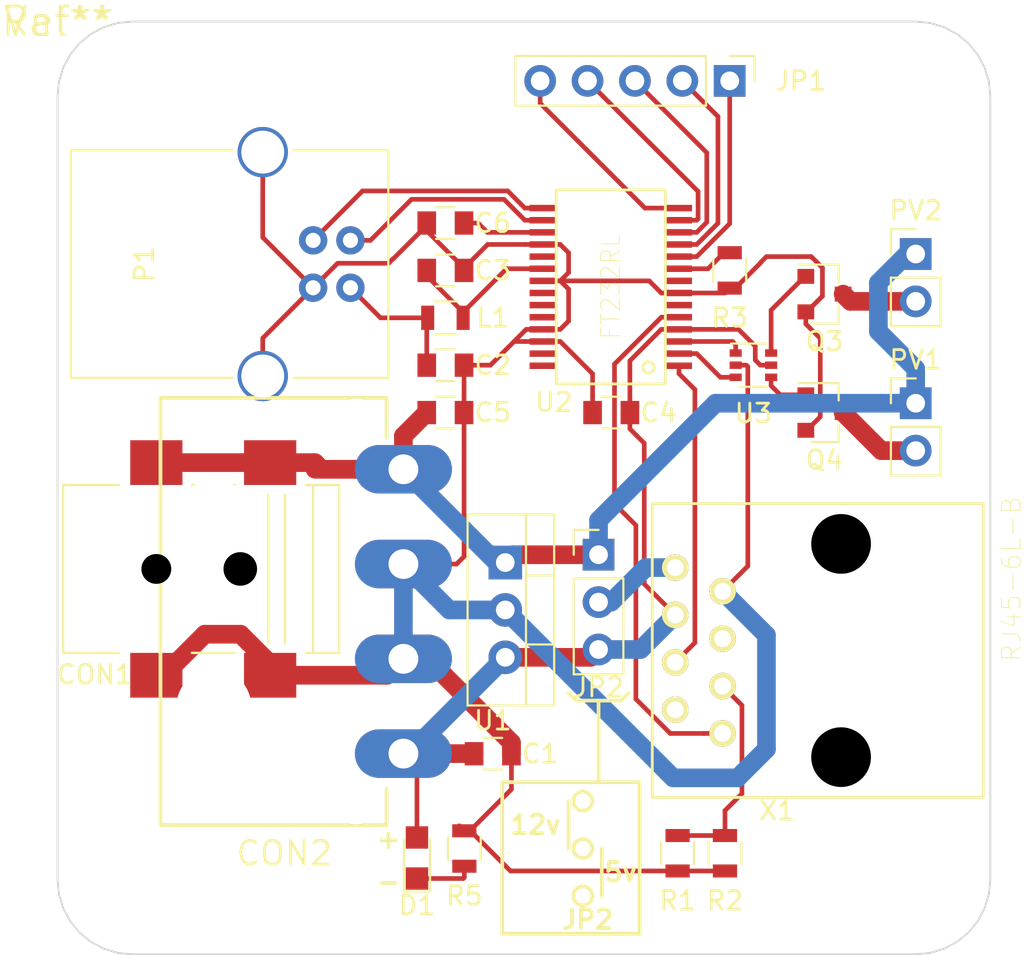
<source format=kicad_pcb>
(kicad_pcb (version 4) (host pcbnew 4.0.6)

  (general
    (links 0)
    (no_connects 0)
    (area 200.788286 38.6582 256.16 90.250001)
    (thickness 1.6)
    (drawings 19)
    (tracks 230)
    (zones 0)
    (modules 26)
    (nets 34)
  )

  (page A4)
  (layers
    (0 F.Cu signal)
    (31 B.Cu signal)
    (32 B.Adhes user)
    (33 F.Adhes user)
    (34 B.Paste user)
    (35 F.Paste user)
    (36 B.SilkS user)
    (37 F.SilkS user)
    (38 B.Mask user)
    (39 F.Mask user)
    (40 Dwgs.User user hide)
    (41 Cmts.User user hide)
    (42 Eco1.User user)
    (43 Eco2.User user)
    (44 Edge.Cuts user)
    (45 Margin user)
    (46 B.CrtYd user)
    (47 F.CrtYd user)
    (48 B.Fab user)
    (49 F.Fab user hide)
  )

  (setup
    (last_trace_width 0.25)
    (user_trace_width 0.5)
    (user_trace_width 1)
    (trace_clearance 0.2)
    (zone_clearance 0.508)
    (zone_45_only no)
    (trace_min 0.2)
    (segment_width 0.2)
    (edge_width 0.1)
    (via_size 0.6)
    (via_drill 0.4)
    (via_min_size 0.4)
    (via_min_drill 0.3)
    (uvia_size 0.3)
    (uvia_drill 0.1)
    (uvias_allowed no)
    (uvia_min_size 0.2)
    (uvia_min_drill 0.1)
    (pcb_text_width 0.3)
    (pcb_text_size 1.5 1.5)
    (mod_edge_width 0.15)
    (mod_text_size 1 1)
    (mod_text_width 0.15)
    (pad_size 1.5 1.5)
    (pad_drill 0.6)
    (pad_to_mask_clearance 0)
    (aux_axis_origin 0 0)
    (visible_elements 7FFFEFFF)
    (pcbplotparams
      (layerselection 0x010f0_80000001)
      (usegerberextensions true)
      (excludeedgelayer true)
      (linewidth 0.100000)
      (plotframeref false)
      (viasonmask false)
      (mode 1)
      (useauxorigin false)
      (hpglpennumber 1)
      (hpglpenspeed 20)
      (hpglpendiameter 15)
      (hpglpenoverlay 2)
      (psnegative false)
      (psa4output false)
      (plotreference true)
      (plotvalue true)
      (plotinvisibletext false)
      (padsonsilk false)
      (subtractmaskfromsilk false)
      (outputformat 1)
      (mirror false)
      (drillshape 0)
      (scaleselection 1)
      (outputdirectory gerbers))
  )

  (net 0 "")
  (net 1 +12V)
  (net 2 "Net-(12V__5V1-Pad2)")
  (net 3 +5V)
  (net 4 GND)
  (net 5 "Net-(C2-Pad1)")
  (net 6 "Net-(C3-Pad1)")
  (net 7 "Net-(C6-Pad1)")
  (net 8 /TX1)
  (net 9 /RX1E)
  (net 10 "Net-(PV1-Pad2)")
  (net 11 "Net-(PV2-Pad2)")
  (net 12 "Net-(R1-Pad1)")
  (net 13 "Net-(X5-Pad2)")
  (net 14 "Net-(X5-Pad5)")
  (net 15 "Net-(JP1-Pad1)")
  (net 16 "Net-(JP1-Pad2)")
  (net 17 "Net-(JP1-Pad3)")
  (net 18 "Net-(JP1-Pad4)")
  (net 19 "Net-(JP1-Pad5)")
  (net 20 "Net-(R3-Pad1)")
  (net 21 "Net-(U2-Pad28)")
  (net 22 "Net-(U2-Pad27)")
  (net 23 "Net-(U2-Pad23)")
  (net 24 "Net-(U2-Pad22)")
  (net 25 "Net-(U2-Pad19)")
  (net 26 "Net-(U2-Pad6)")
  (net 27 "Net-(Q3-Pad1)")
  (net 28 "Net-(Q4-Pad1)")
  (net 29 "Net-(U2-Pad2)")
  (net 30 "Net-(U2-Pad3)")
  (net 31 "Net-(P1-Pad2)")
  (net 32 "Net-(P1-Pad3)")
  (net 33 "Net-(D1-Pad1)")

  (net_class Default "This is the default net class."
    (clearance 0.2)
    (trace_width 0.25)
    (via_dia 0.6)
    (via_drill 0.4)
    (uvia_dia 0.3)
    (uvia_drill 0.1)
    (add_net +12V)
    (add_net +5V)
    (add_net /RX1E)
    (add_net /TX1)
    (add_net GND)
    (add_net "Net-(12V__5V1-Pad2)")
    (add_net "Net-(C2-Pad1)")
    (add_net "Net-(C3-Pad1)")
    (add_net "Net-(C6-Pad1)")
    (add_net "Net-(D1-Pad1)")
    (add_net "Net-(JP1-Pad1)")
    (add_net "Net-(JP1-Pad2)")
    (add_net "Net-(JP1-Pad3)")
    (add_net "Net-(JP1-Pad4)")
    (add_net "Net-(JP1-Pad5)")
    (add_net "Net-(P1-Pad2)")
    (add_net "Net-(P1-Pad3)")
    (add_net "Net-(PV1-Pad2)")
    (add_net "Net-(PV2-Pad2)")
    (add_net "Net-(Q3-Pad1)")
    (add_net "Net-(Q4-Pad1)")
    (add_net "Net-(R1-Pad1)")
    (add_net "Net-(R3-Pad1)")
    (add_net "Net-(U2-Pad19)")
    (add_net "Net-(U2-Pad2)")
    (add_net "Net-(U2-Pad22)")
    (add_net "Net-(U2-Pad23)")
    (add_net "Net-(U2-Pad27)")
    (add_net "Net-(U2-Pad28)")
    (add_net "Net-(U2-Pad3)")
    (add_net "Net-(U2-Pad6)")
    (add_net "Net-(X5-Pad2)")
    (add_net "Net-(X5-Pad5)")
  )

  (module footprints:DP5050 locked (layer F.Cu) (tedit 597D23AB) (tstamp 597D5AD3)
    (at 204 40)
    (fp_text reference Ref** (at 0 0) (layer F.SilkS)
      (effects (font (thickness 0.15)))
    )
    (fp_text value Val** (at 0 0) (layer F.SilkS)
      (effects (font (thickness 0.15)))
    )
    (fp_line (start 46.7803 0.076859) (end 47.5307 0.304474) (layer Edge.Cuts) (width 0.1))
    (fp_line (start 47.5307 0.304474) (end 48.2223 0.674118) (layer Edge.Cuts) (width 0.1))
    (fp_line (start 48.2223 0.674118) (end 48.8284 1.17157) (layer Edge.Cuts) (width 0.1))
    (fp_line (start 48.8284 1.17157) (end 49.3259 1.77771) (layer Edge.Cuts) (width 0.1))
    (fp_line (start 49.3259 1.77771) (end 49.6955 2.46925) (layer Edge.Cuts) (width 0.1))
    (fp_line (start 49.6955 2.46925) (end 49.9231 3.21964) (layer Edge.Cuts) (width 0.1))
    (fp_line (start 49.9231 3.21964) (end 50 4) (layer Edge.Cuts) (width 0.1))
    (fp_line (start 50 4) (end 50 46) (layer Edge.Cuts) (width 0.1))
    (fp_line (start 50 46) (end 49.9231 46.7803) (layer Edge.Cuts) (width 0.1))
    (fp_line (start 49.9231 46.7803) (end 49.6955 47.5307) (layer Edge.Cuts) (width 0.1))
    (fp_line (start 49.6955 47.5307) (end 49.3259 48.2223) (layer Edge.Cuts) (width 0.1))
    (fp_line (start 49.3259 48.2223) (end 48.8284 48.8284) (layer Edge.Cuts) (width 0.1))
    (fp_line (start 48.8284 48.8284) (end 48.2223 49.3259) (layer Edge.Cuts) (width 0.1))
    (fp_line (start 48.2223 49.3259) (end 47.5307 49.6955) (layer Edge.Cuts) (width 0.1))
    (fp_line (start 47.5307 49.6955) (end 46.7803 49.9231) (layer Edge.Cuts) (width 0.1))
    (fp_line (start 46.7803 49.9231) (end 46 50) (layer Edge.Cuts) (width 0.1))
    (fp_line (start 46 50) (end 4 50) (layer Edge.Cuts) (width 0.1))
    (fp_line (start 4 50) (end 3.21964 49.9231) (layer Edge.Cuts) (width 0.1))
    (fp_line (start 3.21964 49.9231) (end 2.46925 49.6955) (layer Edge.Cuts) (width 0.1))
    (fp_line (start 2.46925 49.6955) (end 1.77771 49.3259) (layer Edge.Cuts) (width 0.1))
    (fp_line (start 1.77771 49.3259) (end 1.17157 48.8284) (layer Edge.Cuts) (width 0.1))
    (fp_line (start 1.17157 48.8284) (end 0.674118 48.2223) (layer Edge.Cuts) (width 0.1))
    (fp_line (start 0.674118 48.2223) (end 0.304474 47.5307) (layer Edge.Cuts) (width 0.1))
    (fp_line (start 0.304474 47.5307) (end 0.076859 46.7803) (layer Edge.Cuts) (width 0.1))
    (fp_line (start 0.076859 46.7803) (end 0 46) (layer Edge.Cuts) (width 0.1))
    (fp_line (start 0 46) (end 0 4) (layer Edge.Cuts) (width 0.1))
    (fp_line (start 0 4) (end 0.076859 3.21964) (layer Edge.Cuts) (width 0.1))
    (fp_line (start 0.076859 3.21964) (end 0.304474 2.46925) (layer Edge.Cuts) (width 0.1))
    (fp_line (start 0.304474 2.46925) (end 0.674118 1.77771) (layer Edge.Cuts) (width 0.1))
    (fp_line (start 0.674118 1.77771) (end 1.17157 1.17157) (layer Edge.Cuts) (width 0.1))
    (fp_line (start 1.17157 1.17157) (end 1.77771 0.674118) (layer Edge.Cuts) (width 0.1))
    (fp_line (start 1.77771 0.674118) (end 2.46925 0.304474) (layer Edge.Cuts) (width 0.1))
    (fp_line (start 2.46925 0.304474) (end 3.21964 0.076859) (layer Edge.Cuts) (width 0.1))
    (fp_line (start 3.21964 0.076859) (end 3.99998 0) (layer Edge.Cuts) (width 0.1))
    (fp_line (start 3.99998 0) (end 46 0) (layer Edge.Cuts) (width 0.1))
    (fp_line (start 46 0) (end 46.7803 0.076859) (layer Edge.Cuts) (width 0.1))
    (pad "" np_thru_hole circle (at 4 4) (size 3.2 3.2) (drill 3.2) (layers *.Cu *.Mask))
    (pad "" np_thru_hole circle (at 46 4) (size 3.2 3.2) (drill 3.2) (layers *.Cu *.Mask))
    (pad "" np_thru_hole circle (at 46 46) (size 3.2 3.2) (drill 3.2) (layers *.Cu *.Mask))
    (pad "" np_thru_hole circle (at 4 46) (size 3.2 3.2) (drill 3.2) (layers *.Cu *.Mask))
  )

  (module Resistors_SMD:R_0805 (layer F.Cu) (tedit 58E0A804) (tstamp 597CDD40)
    (at 239.776 84.582 270)
    (descr "Resistor SMD 0805, reflow soldering, Vishay (see dcrcw.pdf)")
    (tags "resistor 0805")
    (path /597D2B80)
    (attr smd)
    (fp_text reference R2 (at 2.54 0 360) (layer F.SilkS)
      (effects (font (size 1 1) (thickness 0.15)))
    )
    (fp_text value 330 (at 0 1.75 270) (layer F.Fab)
      (effects (font (size 1 1) (thickness 0.15)))
    )
    (fp_text user %R (at 0 0 270) (layer F.Fab)
      (effects (font (size 0.5 0.5) (thickness 0.075)))
    )
    (fp_line (start -1 0.62) (end -1 -0.62) (layer F.Fab) (width 0.1))
    (fp_line (start 1 0.62) (end -1 0.62) (layer F.Fab) (width 0.1))
    (fp_line (start 1 -0.62) (end 1 0.62) (layer F.Fab) (width 0.1))
    (fp_line (start -1 -0.62) (end 1 -0.62) (layer F.Fab) (width 0.1))
    (fp_line (start 0.6 0.88) (end -0.6 0.88) (layer F.SilkS) (width 0.12))
    (fp_line (start -0.6 -0.88) (end 0.6 -0.88) (layer F.SilkS) (width 0.12))
    (fp_line (start -1.55 -0.9) (end 1.55 -0.9) (layer F.CrtYd) (width 0.05))
    (fp_line (start -1.55 -0.9) (end -1.55 0.9) (layer F.CrtYd) (width 0.05))
    (fp_line (start 1.55 0.9) (end 1.55 -0.9) (layer F.CrtYd) (width 0.05))
    (fp_line (start 1.55 0.9) (end -1.55 0.9) (layer F.CrtYd) (width 0.05))
    (pad 1 smd rect (at -0.95 0 270) (size 0.7 1.3) (layers F.Cu F.Paste F.Mask)
      (net 12 "Net-(R1-Pad1)"))
    (pad 2 smd rect (at 0.95 0 270) (size 0.7 1.3) (layers F.Cu F.Paste F.Mask)
      (net 4 GND))
    (model ${KISYS3DMOD}/Resistors_SMD.3dshapes/R_0805.wrl
      (at (xyz 0 0 0))
      (scale (xyz 1 1 1))
      (rotate (xyz 0 0 0))
    )
  )

  (module Resistors_SMD:R_0805 (layer F.Cu) (tedit 58E0A804) (tstamp 597CDD2F)
    (at 237.236 84.582 270)
    (descr "Resistor SMD 0805, reflow soldering, Vishay (see dcrcw.pdf)")
    (tags "resistor 0805")
    (path /597D2B7F)
    (attr smd)
    (fp_text reference R1 (at 2.54 0 360) (layer F.SilkS)
      (effects (font (size 1 1) (thickness 0.15)))
    )
    (fp_text value 390 (at 0 1.75 270) (layer F.Fab)
      (effects (font (size 1 1) (thickness 0.15)))
    )
    (fp_text user %R (at 0 0 270) (layer F.Fab)
      (effects (font (size 0.5 0.5) (thickness 0.075)))
    )
    (fp_line (start -1 0.62) (end -1 -0.62) (layer F.Fab) (width 0.1))
    (fp_line (start 1 0.62) (end -1 0.62) (layer F.Fab) (width 0.1))
    (fp_line (start 1 -0.62) (end 1 0.62) (layer F.Fab) (width 0.1))
    (fp_line (start -1 -0.62) (end 1 -0.62) (layer F.Fab) (width 0.1))
    (fp_line (start 0.6 0.88) (end -0.6 0.88) (layer F.SilkS) (width 0.12))
    (fp_line (start -0.6 -0.88) (end 0.6 -0.88) (layer F.SilkS) (width 0.12))
    (fp_line (start -1.55 -0.9) (end 1.55 -0.9) (layer F.CrtYd) (width 0.05))
    (fp_line (start -1.55 -0.9) (end -1.55 0.9) (layer F.CrtYd) (width 0.05))
    (fp_line (start 1.55 0.9) (end 1.55 -0.9) (layer F.CrtYd) (width 0.05))
    (fp_line (start 1.55 0.9) (end -1.55 0.9) (layer F.CrtYd) (width 0.05))
    (pad 1 smd rect (at -0.95 0 270) (size 0.7 1.3) (layers F.Cu F.Paste F.Mask)
      (net 12 "Net-(R1-Pad1)"))
    (pad 2 smd rect (at 0.95 0 270) (size 0.7 1.3) (layers F.Cu F.Paste F.Mask)
      (net 4 GND))
    (model ${KISYS3DMOD}/Resistors_SMD.3dshapes/R_0805.wrl
      (at (xyz 0 0 0))
      (scale (xyz 1 1 1))
      (rotate (xyz 0 0 0))
    )
  )

  (module Pin_Headers:Pin_Header_Straight_1x03_Pitch2.54mm (layer F.Cu) (tedit 597D57C4) (tstamp 597CD94A)
    (at 233 68.58)
    (descr "Through hole straight pin header, 1x03, 2.54mm pitch, single row")
    (tags "Through hole pin header THT 1x03 2.54mm single row")
    (path /597D2B88)
    (fp_text reference JP2 (at 0 7.112) (layer F.SilkS)
      (effects (font (size 1 1) (thickness 0.15)))
    )
    (fp_text value ~ (at 0 7.41) (layer F.Fab)
      (effects (font (size 1 1) (thickness 0.15)))
    )
    (fp_line (start -0.635 -1.27) (end 1.27 -1.27) (layer F.Fab) (width 0.1))
    (fp_line (start 1.27 -1.27) (end 1.27 6.35) (layer F.Fab) (width 0.1))
    (fp_line (start 1.27 6.35) (end -1.27 6.35) (layer F.Fab) (width 0.1))
    (fp_line (start -1.27 6.35) (end -1.27 -0.635) (layer F.Fab) (width 0.1))
    (fp_line (start -1.27 -0.635) (end -0.635 -1.27) (layer F.Fab) (width 0.1))
    (fp_line (start -1.33 6.41) (end 1.33 6.41) (layer F.SilkS) (width 0.12))
    (fp_line (start -1.33 1.27) (end -1.33 6.41) (layer F.SilkS) (width 0.12))
    (fp_line (start 1.33 1.27) (end 1.33 6.41) (layer F.SilkS) (width 0.12))
    (fp_line (start -1.33 1.27) (end 1.33 1.27) (layer F.SilkS) (width 0.12))
    (fp_line (start -1.33 0) (end -1.33 -1.33) (layer F.SilkS) (width 0.12))
    (fp_line (start -1.33 -1.33) (end 0 -1.33) (layer F.SilkS) (width 0.12))
    (fp_line (start -1.8 -1.8) (end -1.8 6.85) (layer F.CrtYd) (width 0.05))
    (fp_line (start -1.8 6.85) (end 1.8 6.85) (layer F.CrtYd) (width 0.05))
    (fp_line (start 1.8 6.85) (end 1.8 -1.8) (layer F.CrtYd) (width 0.05))
    (fp_line (start 1.8 -1.8) (end -1.8 -1.8) (layer F.CrtYd) (width 0.05))
    (fp_text user %R (at 0 2.54 90) (layer F.Fab)
      (effects (font (size 1 1) (thickness 0.15)))
    )
    (pad 1 thru_hole rect (at 0 0) (size 1.7 1.7) (drill 1) (layers *.Cu *.Mask)
      (net 1 +12V))
    (pad 2 thru_hole oval (at 0 2.54) (size 1.7 1.7) (drill 1) (layers *.Cu *.Mask)
      (net 2 "Net-(12V__5V1-Pad2)"))
    (pad 3 thru_hole oval (at 0 5.08) (size 1.7 1.7) (drill 1) (layers *.Cu *.Mask)
      (net 3 +5V))
    (model ${KISYS3DMOD}/Pin_Headers.3dshapes/Pin_Header_Straight_1x03_Pitch2.54mm.wrl
      (at (xyz 0 0 0))
      (scale (xyz 1 1 1))
      (rotate (xyz 0 0 0))
    )
  )

  (module Capacitors_SMD:C_0805 (layer F.Cu) (tedit 58AA8463) (tstamp 597CD95B)
    (at 227.33 79.248)
    (descr "Capacitor SMD 0805, reflow soldering, AVX (see smccp.pdf)")
    (tags "capacitor 0805")
    (path /597D2B7E)
    (attr smd)
    (fp_text reference C1 (at 2.54 0) (layer F.SilkS)
      (effects (font (size 1 1) (thickness 0.15)))
    )
    (fp_text value .1uF (at 0 1.75) (layer F.Fab)
      (effects (font (size 1 1) (thickness 0.15)))
    )
    (fp_text user %R (at 0 -1.5) (layer F.Fab)
      (effects (font (size 1 1) (thickness 0.15)))
    )
    (fp_line (start -1 0.62) (end -1 -0.62) (layer F.Fab) (width 0.1))
    (fp_line (start 1 0.62) (end -1 0.62) (layer F.Fab) (width 0.1))
    (fp_line (start 1 -0.62) (end 1 0.62) (layer F.Fab) (width 0.1))
    (fp_line (start -1 -0.62) (end 1 -0.62) (layer F.Fab) (width 0.1))
    (fp_line (start 0.5 -0.85) (end -0.5 -0.85) (layer F.SilkS) (width 0.12))
    (fp_line (start -0.5 0.85) (end 0.5 0.85) (layer F.SilkS) (width 0.12))
    (fp_line (start -1.75 -0.88) (end 1.75 -0.88) (layer F.CrtYd) (width 0.05))
    (fp_line (start -1.75 -0.88) (end -1.75 0.87) (layer F.CrtYd) (width 0.05))
    (fp_line (start 1.75 0.87) (end 1.75 -0.88) (layer F.CrtYd) (width 0.05))
    (fp_line (start 1.75 0.87) (end -1.75 0.87) (layer F.CrtYd) (width 0.05))
    (pad 1 smd rect (at -1 0) (size 1 1.25) (layers F.Cu F.Paste F.Mask)
      (net 3 +5V))
    (pad 2 smd rect (at 1 0) (size 1 1.25) (layers F.Cu F.Paste F.Mask)
      (net 4 GND))
    (model Capacitors_SMD.3dshapes/C_0805.wrl
      (at (xyz 0 0 0))
      (scale (xyz 1 1 1))
      (rotate (xyz 0 0 0))
    )
  )

  (module Capacitors_SMD:C_0805 (layer F.Cu) (tedit 58AA8463) (tstamp 597CD96C)
    (at 224.79 58.42)
    (descr "Capacitor SMD 0805, reflow soldering, AVX (see smccp.pdf)")
    (tags "capacitor 0805")
    (path /597D2B89)
    (attr smd)
    (fp_text reference C2 (at 2.54 0) (layer F.SilkS)
      (effects (font (size 1 1) (thickness 0.15)))
    )
    (fp_text value 0.01uF (at 0 1.75) (layer F.Fab)
      (effects (font (size 1 1) (thickness 0.15)))
    )
    (fp_text user %R (at 0 -1.5) (layer F.Fab)
      (effects (font (size 1 1) (thickness 0.15)))
    )
    (fp_line (start -1 0.62) (end -1 -0.62) (layer F.Fab) (width 0.1))
    (fp_line (start 1 0.62) (end -1 0.62) (layer F.Fab) (width 0.1))
    (fp_line (start 1 -0.62) (end 1 0.62) (layer F.Fab) (width 0.1))
    (fp_line (start -1 -0.62) (end 1 -0.62) (layer F.Fab) (width 0.1))
    (fp_line (start 0.5 -0.85) (end -0.5 -0.85) (layer F.SilkS) (width 0.12))
    (fp_line (start -0.5 0.85) (end 0.5 0.85) (layer F.SilkS) (width 0.12))
    (fp_line (start -1.75 -0.88) (end 1.75 -0.88) (layer F.CrtYd) (width 0.05))
    (fp_line (start -1.75 -0.88) (end -1.75 0.87) (layer F.CrtYd) (width 0.05))
    (fp_line (start 1.75 0.87) (end 1.75 -0.88) (layer F.CrtYd) (width 0.05))
    (fp_line (start 1.75 0.87) (end -1.75 0.87) (layer F.CrtYd) (width 0.05))
    (pad 1 smd rect (at -1 0) (size 1 1.25) (layers F.Cu F.Paste F.Mask)
      (net 5 "Net-(C2-Pad1)"))
    (pad 2 smd rect (at 1 0) (size 1 1.25) (layers F.Cu F.Paste F.Mask)
      (net 4 GND))
    (model Capacitors_SMD.3dshapes/C_0805.wrl
      (at (xyz 0 0 0))
      (scale (xyz 1 1 1))
      (rotate (xyz 0 0 0))
    )
  )

  (module Capacitors_SMD:C_0805 (layer F.Cu) (tedit 58AA8463) (tstamp 597CD97D)
    (at 224.79 53.34)
    (descr "Capacitor SMD 0805, reflow soldering, AVX (see smccp.pdf)")
    (tags "capacitor 0805")
    (path /597D2B8A)
    (attr smd)
    (fp_text reference C3 (at 2.54 0) (layer F.SilkS)
      (effects (font (size 1 1) (thickness 0.15)))
    )
    (fp_text value .1uF (at 0 1.75) (layer F.Fab)
      (effects (font (size 1 1) (thickness 0.15)))
    )
    (fp_text user %R (at 0 -1.5) (layer F.Fab)
      (effects (font (size 1 1) (thickness 0.15)))
    )
    (fp_line (start -1 0.62) (end -1 -0.62) (layer F.Fab) (width 0.1))
    (fp_line (start 1 0.62) (end -1 0.62) (layer F.Fab) (width 0.1))
    (fp_line (start 1 -0.62) (end 1 0.62) (layer F.Fab) (width 0.1))
    (fp_line (start -1 -0.62) (end 1 -0.62) (layer F.Fab) (width 0.1))
    (fp_line (start 0.5 -0.85) (end -0.5 -0.85) (layer F.SilkS) (width 0.12))
    (fp_line (start -0.5 0.85) (end 0.5 0.85) (layer F.SilkS) (width 0.12))
    (fp_line (start -1.75 -0.88) (end 1.75 -0.88) (layer F.CrtYd) (width 0.05))
    (fp_line (start -1.75 -0.88) (end -1.75 0.87) (layer F.CrtYd) (width 0.05))
    (fp_line (start 1.75 0.87) (end 1.75 -0.88) (layer F.CrtYd) (width 0.05))
    (fp_line (start 1.75 0.87) (end -1.75 0.87) (layer F.CrtYd) (width 0.05))
    (pad 1 smd rect (at -1 0) (size 1 1.25) (layers F.Cu F.Paste F.Mask)
      (net 6 "Net-(C3-Pad1)"))
    (pad 2 smd rect (at 1 0) (size 1 1.25) (layers F.Cu F.Paste F.Mask)
      (net 4 GND))
    (model Capacitors_SMD.3dshapes/C_0805.wrl
      (at (xyz 0 0 0))
      (scale (xyz 1 1 1))
      (rotate (xyz 0 0 0))
    )
  )

  (module Capacitors_SMD:C_0805 (layer F.Cu) (tedit 58AA8463) (tstamp 597CD98E)
    (at 233.68 60.96 180)
    (descr "Capacitor SMD 0805, reflow soldering, AVX (see smccp.pdf)")
    (tags "capacitor 0805")
    (path /597D2B8B)
    (attr smd)
    (fp_text reference C4 (at -2.54 0 180) (layer F.SilkS)
      (effects (font (size 1 1) (thickness 0.15)))
    )
    (fp_text value 4.7uF (at 0 1.75 180) (layer F.Fab)
      (effects (font (size 1 1) (thickness 0.15)))
    )
    (fp_text user %R (at 0 -1.5 180) (layer F.Fab)
      (effects (font (size 1 1) (thickness 0.15)))
    )
    (fp_line (start -1 0.62) (end -1 -0.62) (layer F.Fab) (width 0.1))
    (fp_line (start 1 0.62) (end -1 0.62) (layer F.Fab) (width 0.1))
    (fp_line (start 1 -0.62) (end 1 0.62) (layer F.Fab) (width 0.1))
    (fp_line (start -1 -0.62) (end 1 -0.62) (layer F.Fab) (width 0.1))
    (fp_line (start 0.5 -0.85) (end -0.5 -0.85) (layer F.SilkS) (width 0.12))
    (fp_line (start -0.5 0.85) (end 0.5 0.85) (layer F.SilkS) (width 0.12))
    (fp_line (start -1.75 -0.88) (end 1.75 -0.88) (layer F.CrtYd) (width 0.05))
    (fp_line (start -1.75 -0.88) (end -1.75 0.87) (layer F.CrtYd) (width 0.05))
    (fp_line (start 1.75 0.87) (end 1.75 -0.88) (layer F.CrtYd) (width 0.05))
    (fp_line (start 1.75 0.87) (end -1.75 0.87) (layer F.CrtYd) (width 0.05))
    (pad 1 smd rect (at -1 0 180) (size 1 1.25) (layers F.Cu F.Paste F.Mask)
      (net 3 +5V))
    (pad 2 smd rect (at 1 0 180) (size 1 1.25) (layers F.Cu F.Paste F.Mask)
      (net 4 GND))
    (model Capacitors_SMD.3dshapes/C_0805.wrl
      (at (xyz 0 0 0))
      (scale (xyz 1 1 1))
      (rotate (xyz 0 0 0))
    )
  )

  (module Capacitors_SMD:C_0805 (layer F.Cu) (tedit 58AA8463) (tstamp 597CD99F)
    (at 224.79 60.96)
    (descr "Capacitor SMD 0805, reflow soldering, AVX (see smccp.pdf)")
    (tags "capacitor 0805")
    (path /597D2B8C)
    (attr smd)
    (fp_text reference C5 (at 2.54 0) (layer F.SilkS)
      (effects (font (size 1 1) (thickness 0.15)))
    )
    (fp_text value 4.7uF (at 0 1.75) (layer F.Fab)
      (effects (font (size 1 1) (thickness 0.15)))
    )
    (fp_text user %R (at 0 -1.5) (layer F.Fab)
      (effects (font (size 1 1) (thickness 0.15)))
    )
    (fp_line (start -1 0.62) (end -1 -0.62) (layer F.Fab) (width 0.1))
    (fp_line (start 1 0.62) (end -1 0.62) (layer F.Fab) (width 0.1))
    (fp_line (start 1 -0.62) (end 1 0.62) (layer F.Fab) (width 0.1))
    (fp_line (start -1 -0.62) (end 1 -0.62) (layer F.Fab) (width 0.1))
    (fp_line (start 0.5 -0.85) (end -0.5 -0.85) (layer F.SilkS) (width 0.12))
    (fp_line (start -0.5 0.85) (end 0.5 0.85) (layer F.SilkS) (width 0.12))
    (fp_line (start -1.75 -0.88) (end 1.75 -0.88) (layer F.CrtYd) (width 0.05))
    (fp_line (start -1.75 -0.88) (end -1.75 0.87) (layer F.CrtYd) (width 0.05))
    (fp_line (start 1.75 0.87) (end 1.75 -0.88) (layer F.CrtYd) (width 0.05))
    (fp_line (start 1.75 0.87) (end -1.75 0.87) (layer F.CrtYd) (width 0.05))
    (pad 1 smd rect (at -1 0) (size 1 1.25) (layers F.Cu F.Paste F.Mask)
      (net 1 +12V))
    (pad 2 smd rect (at 1 0) (size 1 1.25) (layers F.Cu F.Paste F.Mask)
      (net 4 GND))
    (model Capacitors_SMD.3dshapes/C_0805.wrl
      (at (xyz 0 0 0))
      (scale (xyz 1 1 1))
      (rotate (xyz 0 0 0))
    )
  )

  (module Capacitors_SMD:C_0805 (layer F.Cu) (tedit 58AA8463) (tstamp 597CD9B0)
    (at 224.79 50.8 180)
    (descr "Capacitor SMD 0805, reflow soldering, AVX (see smccp.pdf)")
    (tags "capacitor 0805")
    (path /597D2B8D)
    (attr smd)
    (fp_text reference C6 (at -2.54 0 180) (layer F.SilkS)
      (effects (font (size 1 1) (thickness 0.15)))
    )
    (fp_text value .1uF (at 0 1.75 180) (layer F.Fab)
      (effects (font (size 1 1) (thickness 0.15)))
    )
    (fp_text user %R (at 0 -1.5 180) (layer F.Fab)
      (effects (font (size 1 1) (thickness 0.15)))
    )
    (fp_line (start -1 0.62) (end -1 -0.62) (layer F.Fab) (width 0.1))
    (fp_line (start 1 0.62) (end -1 0.62) (layer F.Fab) (width 0.1))
    (fp_line (start 1 -0.62) (end 1 0.62) (layer F.Fab) (width 0.1))
    (fp_line (start -1 -0.62) (end 1 -0.62) (layer F.Fab) (width 0.1))
    (fp_line (start 0.5 -0.85) (end -0.5 -0.85) (layer F.SilkS) (width 0.12))
    (fp_line (start -0.5 0.85) (end 0.5 0.85) (layer F.SilkS) (width 0.12))
    (fp_line (start -1.75 -0.88) (end 1.75 -0.88) (layer F.CrtYd) (width 0.05))
    (fp_line (start -1.75 -0.88) (end -1.75 0.87) (layer F.CrtYd) (width 0.05))
    (fp_line (start 1.75 0.87) (end 1.75 -0.88) (layer F.CrtYd) (width 0.05))
    (fp_line (start 1.75 0.87) (end -1.75 0.87) (layer F.CrtYd) (width 0.05))
    (pad 1 smd rect (at -1 0 180) (size 1 1.25) (layers F.Cu F.Paste F.Mask)
      (net 7 "Net-(C6-Pad1)"))
    (pad 2 smd rect (at 1 0 180) (size 1 1.25) (layers F.Cu F.Paste F.Mask)
      (net 4 GND))
    (model Capacitors_SMD.3dshapes/C_0805.wrl
      (at (xyz 0 0 0))
      (scale (xyz 1 1 1))
      (rotate (xyz 0 0 0))
    )
  )

  (module Pin_Headers:Pin_Header_Straight_1x05_Pitch2.54mm (layer F.Cu) (tedit 59650532) (tstamp 597CDC66)
    (at 240.03 43.18 270)
    (descr "Through hole straight pin header, 1x05, 2.54mm pitch, single row")
    (tags "Through hole pin header THT 1x05 2.54mm single row")
    (path /597D2B75)
    (fp_text reference JP1 (at 0 -3.81 360) (layer F.SilkS)
      (effects (font (size 1 1) (thickness 0.15)))
    )
    (fp_text value ~ (at 0 12.49 270) (layer F.Fab)
      (effects (font (size 1 1) (thickness 0.15)))
    )
    (fp_line (start -0.635 -1.27) (end 1.27 -1.27) (layer F.Fab) (width 0.1))
    (fp_line (start 1.27 -1.27) (end 1.27 11.43) (layer F.Fab) (width 0.1))
    (fp_line (start 1.27 11.43) (end -1.27 11.43) (layer F.Fab) (width 0.1))
    (fp_line (start -1.27 11.43) (end -1.27 -0.635) (layer F.Fab) (width 0.1))
    (fp_line (start -1.27 -0.635) (end -0.635 -1.27) (layer F.Fab) (width 0.1))
    (fp_line (start -1.33 11.49) (end 1.33 11.49) (layer F.SilkS) (width 0.12))
    (fp_line (start -1.33 1.27) (end -1.33 11.49) (layer F.SilkS) (width 0.12))
    (fp_line (start 1.33 1.27) (end 1.33 11.49) (layer F.SilkS) (width 0.12))
    (fp_line (start -1.33 1.27) (end 1.33 1.27) (layer F.SilkS) (width 0.12))
    (fp_line (start -1.33 0) (end -1.33 -1.33) (layer F.SilkS) (width 0.12))
    (fp_line (start -1.33 -1.33) (end 0 -1.33) (layer F.SilkS) (width 0.12))
    (fp_line (start -1.8 -1.8) (end -1.8 11.95) (layer F.CrtYd) (width 0.05))
    (fp_line (start -1.8 11.95) (end 1.8 11.95) (layer F.CrtYd) (width 0.05))
    (fp_line (start 1.8 11.95) (end 1.8 -1.8) (layer F.CrtYd) (width 0.05))
    (fp_line (start 1.8 -1.8) (end -1.8 -1.8) (layer F.CrtYd) (width 0.05))
    (fp_text user %R (at 0 5.08 360) (layer F.Fab)
      (effects (font (size 1 1) (thickness 0.15)))
    )
    (pad 1 thru_hole rect (at 0 0 270) (size 1.7 1.7) (drill 1) (layers *.Cu *.Mask)
      (net 15 "Net-(JP1-Pad1)"))
    (pad 2 thru_hole oval (at 0 2.54 270) (size 1.7 1.7) (drill 1) (layers *.Cu *.Mask)
      (net 16 "Net-(JP1-Pad2)"))
    (pad 3 thru_hole oval (at 0 5.08 270) (size 1.7 1.7) (drill 1) (layers *.Cu *.Mask)
      (net 17 "Net-(JP1-Pad3)"))
    (pad 4 thru_hole oval (at 0 7.62 270) (size 1.7 1.7) (drill 1) (layers *.Cu *.Mask)
      (net 18 "Net-(JP1-Pad4)"))
    (pad 5 thru_hole oval (at 0 10.16 270) (size 1.7 1.7) (drill 1) (layers *.Cu *.Mask)
      (net 19 "Net-(JP1-Pad5)"))
    (model ${KISYS3DMOD}/Pin_Headers.3dshapes/Pin_Header_Straight_1x05_Pitch2.54mm.wrl
      (at (xyz 0 0 0))
      (scale (xyz 1 1 1))
      (rotate (xyz 0 0 0))
    )
  )

  (module Resistors_SMD:R_0805 (layer F.Cu) (tedit 58E0A804) (tstamp 597CDC77)
    (at 224.79 55.88)
    (descr "Resistor SMD 0805, reflow soldering, Vishay (see dcrcw.pdf)")
    (tags "resistor 0805")
    (path /597D2B76)
    (attr smd)
    (fp_text reference L1 (at 2.54 0) (layer F.SilkS)
      (effects (font (size 1 1) (thickness 0.15)))
    )
    (fp_text value MI0805K400R-10 (at 0 1.75) (layer F.Fab)
      (effects (font (size 1 1) (thickness 0.15)))
    )
    (fp_text user %R (at 0 0) (layer F.Fab)
      (effects (font (size 0.5 0.5) (thickness 0.075)))
    )
    (fp_line (start -1 0.62) (end -1 -0.62) (layer F.Fab) (width 0.1))
    (fp_line (start 1 0.62) (end -1 0.62) (layer F.Fab) (width 0.1))
    (fp_line (start 1 -0.62) (end 1 0.62) (layer F.Fab) (width 0.1))
    (fp_line (start -1 -0.62) (end 1 -0.62) (layer F.Fab) (width 0.1))
    (fp_line (start 0.6 0.88) (end -0.6 0.88) (layer F.SilkS) (width 0.12))
    (fp_line (start -0.6 -0.88) (end 0.6 -0.88) (layer F.SilkS) (width 0.12))
    (fp_line (start -1.55 -0.9) (end 1.55 -0.9) (layer F.CrtYd) (width 0.05))
    (fp_line (start -1.55 -0.9) (end -1.55 0.9) (layer F.CrtYd) (width 0.05))
    (fp_line (start 1.55 0.9) (end 1.55 -0.9) (layer F.CrtYd) (width 0.05))
    (fp_line (start 1.55 0.9) (end -1.55 0.9) (layer F.CrtYd) (width 0.05))
    (pad 1 smd rect (at -0.95 0) (size 0.7 1.3) (layers F.Cu F.Paste F.Mask)
      (net 5 "Net-(C2-Pad1)"))
    (pad 2 smd rect (at 0.95 0) (size 0.7 1.3) (layers F.Cu F.Paste F.Mask)
      (net 6 "Net-(C3-Pad1)"))
    (model ${KISYS3DMOD}/Resistors_SMD.3dshapes/R_0805.wrl
      (at (xyz 0 0 0))
      (scale (xyz 1 1 1))
      (rotate (xyz 0 0 0))
    )
  )

  (module Pin_Headers:Pin_Header_Straight_1x02_Pitch2.54mm (layer F.Cu) (tedit 59650532) (tstamp 597CDCA2)
    (at 250 60.46)
    (descr "Through hole straight pin header, 1x02, 2.54mm pitch, single row")
    (tags "Through hole pin header THT 1x02 2.54mm single row")
    (path /597D2B78)
    (fp_text reference PV1 (at 0 -2.33) (layer F.SilkS)
      (effects (font (size 1 1) (thickness 0.15)))
    )
    (fp_text value ~ (at 0 4.87) (layer F.Fab)
      (effects (font (size 1 1) (thickness 0.15)))
    )
    (fp_line (start -0.635 -1.27) (end 1.27 -1.27) (layer F.Fab) (width 0.1))
    (fp_line (start 1.27 -1.27) (end 1.27 3.81) (layer F.Fab) (width 0.1))
    (fp_line (start 1.27 3.81) (end -1.27 3.81) (layer F.Fab) (width 0.1))
    (fp_line (start -1.27 3.81) (end -1.27 -0.635) (layer F.Fab) (width 0.1))
    (fp_line (start -1.27 -0.635) (end -0.635 -1.27) (layer F.Fab) (width 0.1))
    (fp_line (start -1.33 3.87) (end 1.33 3.87) (layer F.SilkS) (width 0.12))
    (fp_line (start -1.33 1.27) (end -1.33 3.87) (layer F.SilkS) (width 0.12))
    (fp_line (start 1.33 1.27) (end 1.33 3.87) (layer F.SilkS) (width 0.12))
    (fp_line (start -1.33 1.27) (end 1.33 1.27) (layer F.SilkS) (width 0.12))
    (fp_line (start -1.33 0) (end -1.33 -1.33) (layer F.SilkS) (width 0.12))
    (fp_line (start -1.33 -1.33) (end 0 -1.33) (layer F.SilkS) (width 0.12))
    (fp_line (start -1.8 -1.8) (end -1.8 4.35) (layer F.CrtYd) (width 0.05))
    (fp_line (start -1.8 4.35) (end 1.8 4.35) (layer F.CrtYd) (width 0.05))
    (fp_line (start 1.8 4.35) (end 1.8 -1.8) (layer F.CrtYd) (width 0.05))
    (fp_line (start 1.8 -1.8) (end -1.8 -1.8) (layer F.CrtYd) (width 0.05))
    (fp_text user %R (at 0 1.27 90) (layer F.Fab)
      (effects (font (size 1 1) (thickness 0.15)))
    )
    (pad 1 thru_hole rect (at 0 0) (size 1.7 1.7) (drill 1) (layers *.Cu *.Mask)
      (net 1 +12V))
    (pad 2 thru_hole oval (at 0 2.54) (size 1.7 1.7) (drill 1) (layers *.Cu *.Mask)
      (net 10 "Net-(PV1-Pad2)"))
    (model ${KISYS3DMOD}/Pin_Headers.3dshapes/Pin_Header_Straight_1x02_Pitch2.54mm.wrl
      (at (xyz 0 0 0))
      (scale (xyz 1 1 1))
      (rotate (xyz 0 0 0))
    )
  )

  (module Pin_Headers:Pin_Header_Straight_1x02_Pitch2.54mm (layer F.Cu) (tedit 59650532) (tstamp 597CDCB8)
    (at 250 52.46)
    (descr "Through hole straight pin header, 1x02, 2.54mm pitch, single row")
    (tags "Through hole pin header THT 1x02 2.54mm single row")
    (path /597D2B79)
    (fp_text reference PV2 (at 0 -2.33) (layer F.SilkS)
      (effects (font (size 1 1) (thickness 0.15)))
    )
    (fp_text value ~ (at 0 4.87) (layer F.Fab)
      (effects (font (size 1 1) (thickness 0.15)))
    )
    (fp_line (start -0.635 -1.27) (end 1.27 -1.27) (layer F.Fab) (width 0.1))
    (fp_line (start 1.27 -1.27) (end 1.27 3.81) (layer F.Fab) (width 0.1))
    (fp_line (start 1.27 3.81) (end -1.27 3.81) (layer F.Fab) (width 0.1))
    (fp_line (start -1.27 3.81) (end -1.27 -0.635) (layer F.Fab) (width 0.1))
    (fp_line (start -1.27 -0.635) (end -0.635 -1.27) (layer F.Fab) (width 0.1))
    (fp_line (start -1.33 3.87) (end 1.33 3.87) (layer F.SilkS) (width 0.12))
    (fp_line (start -1.33 1.27) (end -1.33 3.87) (layer F.SilkS) (width 0.12))
    (fp_line (start 1.33 1.27) (end 1.33 3.87) (layer F.SilkS) (width 0.12))
    (fp_line (start -1.33 1.27) (end 1.33 1.27) (layer F.SilkS) (width 0.12))
    (fp_line (start -1.33 0) (end -1.33 -1.33) (layer F.SilkS) (width 0.12))
    (fp_line (start -1.33 -1.33) (end 0 -1.33) (layer F.SilkS) (width 0.12))
    (fp_line (start -1.8 -1.8) (end -1.8 4.35) (layer F.CrtYd) (width 0.05))
    (fp_line (start -1.8 4.35) (end 1.8 4.35) (layer F.CrtYd) (width 0.05))
    (fp_line (start 1.8 4.35) (end 1.8 -1.8) (layer F.CrtYd) (width 0.05))
    (fp_line (start 1.8 -1.8) (end -1.8 -1.8) (layer F.CrtYd) (width 0.05))
    (fp_text user %R (at 0 1.27 90) (layer F.Fab)
      (effects (font (size 1 1) (thickness 0.15)))
    )
    (pad 1 thru_hole rect (at 0 0) (size 1.7 1.7) (drill 1) (layers *.Cu *.Mask)
      (net 1 +12V))
    (pad 2 thru_hole oval (at 0 2.54) (size 1.7 1.7) (drill 1) (layers *.Cu *.Mask)
      (net 11 "Net-(PV2-Pad2)"))
    (model ${KISYS3DMOD}/Pin_Headers.3dshapes/Pin_Header_Straight_1x02_Pitch2.54mm.wrl
      (at (xyz 0 0 0))
      (scale (xyz 1 1 1))
      (rotate (xyz 0 0 0))
    )
  )

  (module footprints:con-thomas-betts-9090-4R (layer F.Cu) (tedit 597D5E67) (tstamp 597CDCCA)
    (at 216.19 71.62 90)
    (descr "THOMAS&BETTS DISK DRIVE POWER HORIZONTAL")
    (tags "THOMAS&BETTS DISK DRIVE POWER HORIZONTAL")
    (path /597D2B7A)
    (attr virtual)
    (fp_text reference CON2 (at -12.962 -0.036 180) (layer F.SilkS)
      (effects (font (size 1.27 1.27) (thickness 0.15)))
    )
    (fp_text value 9090-4R (at -2.54 0.635 90) (layer F.SilkS) hide
      (effects (font (size 1.27 1.27) (thickness 0.1016)))
    )
    (fp_line (start -11.44778 5.4483) (end -11.44778 -6.67258) (layer F.SilkS) (width 0.2032))
    (fp_line (start -11.44778 -6.67258) (end 11.44778 -6.67258) (layer F.SilkS) (width 0.2032))
    (fp_line (start 11.44778 -6.67258) (end 11.44778 5.4483) (layer F.SilkS) (width 0.2032))
    (fp_line (start 11.44778 5.4483) (end 9.32434 5.4483) (layer F.SilkS) (width 0.2032))
    (fp_line (start 9.32434 5.4483) (end -9.4996 5.4483) (layer Dwgs.User) (width 0.2032))
    (fp_line (start -9.4996 5.4483) (end -11.44778 5.4483) (layer F.SilkS) (width 0.2032))
    (pad 1 thru_hole oval (at -7.62 6.35 270) (size 2.59842 5.19938) (drill 1.59766) (layers *.Cu *.Paste *.Mask)
      (net 3 +5V))
    (pad 2 thru_hole oval (at -2.54 6.35 270) (size 2.59842 5.19938) (drill 1.59766) (layers *.Cu *.Paste *.Mask)
      (net 4 GND))
    (pad 3 thru_hole oval (at 2.54 6.35 270) (size 2.59842 5.19938) (drill 1.59766) (layers *.Cu *.Paste *.Mask)
      (net 4 GND))
    (pad 4 thru_hole oval (at 7.62 6.35 270) (size 2.59842 5.19938) (drill 1.59766) (layers *.Cu *.Paste *.Mask)
      (net 1 +12V))
    (pad "" np_thru_hole circle (at -5.08 -3.81 90) (size 3.99796 3.99796) (drill 3.99796) (layers *.Cu *.Mask))
    (pad "" np_thru_hole circle (at 5.08 -3.81 90) (size 3.99796 3.99796) (drill 3.99796) (layers *.Cu *.Mask))
    (pad "" np_thru_hole circle (at -10.16 3.81 90) (size 2.49936 2.49936) (drill 2.49936) (layers *.Cu *.Mask))
    (pad "" np_thru_hole circle (at 10.16 3.81 90) (size 2.49936 2.49936) (drill 2.49936) (layers *.Cu *.Mask))
  )

  (module TO_SOT_Packages_SMD:SOT-23 (layer F.Cu) (tedit 58CE4E7E) (tstamp 597CDD09)
    (at 245.11 54.61)
    (descr "SOT-23, Standard")
    (tags SOT-23)
    (path /597CE0A0)
    (attr smd)
    (fp_text reference Q3 (at 0 2.54) (layer F.SilkS)
      (effects (font (size 1 1) (thickness 0.15)))
    )
    (fp_text value Q_NMOS_GSD (at 0 2.5) (layer F.Fab)
      (effects (font (size 1 1) (thickness 0.15)))
    )
    (fp_text user %R (at 0 0 90) (layer F.Fab)
      (effects (font (size 0.5 0.5) (thickness 0.075)))
    )
    (fp_line (start -0.7 -0.95) (end -0.7 1.5) (layer F.Fab) (width 0.1))
    (fp_line (start -0.15 -1.52) (end 0.7 -1.52) (layer F.Fab) (width 0.1))
    (fp_line (start -0.7 -0.95) (end -0.15 -1.52) (layer F.Fab) (width 0.1))
    (fp_line (start 0.7 -1.52) (end 0.7 1.52) (layer F.Fab) (width 0.1))
    (fp_line (start -0.7 1.52) (end 0.7 1.52) (layer F.Fab) (width 0.1))
    (fp_line (start 0.76 1.58) (end 0.76 0.65) (layer F.SilkS) (width 0.12))
    (fp_line (start 0.76 -1.58) (end 0.76 -0.65) (layer F.SilkS) (width 0.12))
    (fp_line (start -1.7 -1.75) (end 1.7 -1.75) (layer F.CrtYd) (width 0.05))
    (fp_line (start 1.7 -1.75) (end 1.7 1.75) (layer F.CrtYd) (width 0.05))
    (fp_line (start 1.7 1.75) (end -1.7 1.75) (layer F.CrtYd) (width 0.05))
    (fp_line (start -1.7 1.75) (end -1.7 -1.75) (layer F.CrtYd) (width 0.05))
    (fp_line (start 0.76 -1.58) (end -1.4 -1.58) (layer F.SilkS) (width 0.12))
    (fp_line (start 0.76 1.58) (end -0.7 1.58) (layer F.SilkS) (width 0.12))
    (pad 1 smd rect (at -1 -0.95) (size 0.9 0.8) (layers F.Cu F.Paste F.Mask)
      (net 27 "Net-(Q3-Pad1)"))
    (pad 2 smd rect (at -1 0.95) (size 0.9 0.8) (layers F.Cu F.Paste F.Mask)
      (net 4 GND))
    (pad 3 smd rect (at 1 0) (size 0.9 0.8) (layers F.Cu F.Paste F.Mask)
      (net 11 "Net-(PV2-Pad2)"))
    (model ${KISYS3DMOD}/TO_SOT_Packages_SMD.3dshapes/SOT-23.wrl
      (at (xyz 0 0 0))
      (scale (xyz 1 1 1))
      (rotate (xyz 0 0 0))
    )
  )

  (module TO_SOT_Packages_SMD:SOT-23 (layer F.Cu) (tedit 58CE4E7E) (tstamp 597CDD1E)
    (at 245.11 60.96)
    (descr "SOT-23, Standard")
    (tags SOT-23)
    (path /597CE110)
    (attr smd)
    (fp_text reference Q4 (at 0 2.54) (layer F.SilkS)
      (effects (font (size 1 1) (thickness 0.15)))
    )
    (fp_text value Q_NMOS_GSD (at 0 2.5) (layer F.Fab)
      (effects (font (size 1 1) (thickness 0.15)))
    )
    (fp_text user %R (at 0 0 90) (layer F.Fab)
      (effects (font (size 0.5 0.5) (thickness 0.075)))
    )
    (fp_line (start -0.7 -0.95) (end -0.7 1.5) (layer F.Fab) (width 0.1))
    (fp_line (start -0.15 -1.52) (end 0.7 -1.52) (layer F.Fab) (width 0.1))
    (fp_line (start -0.7 -0.95) (end -0.15 -1.52) (layer F.Fab) (width 0.1))
    (fp_line (start 0.7 -1.52) (end 0.7 1.52) (layer F.Fab) (width 0.1))
    (fp_line (start -0.7 1.52) (end 0.7 1.52) (layer F.Fab) (width 0.1))
    (fp_line (start 0.76 1.58) (end 0.76 0.65) (layer F.SilkS) (width 0.12))
    (fp_line (start 0.76 -1.58) (end 0.76 -0.65) (layer F.SilkS) (width 0.12))
    (fp_line (start -1.7 -1.75) (end 1.7 -1.75) (layer F.CrtYd) (width 0.05))
    (fp_line (start 1.7 -1.75) (end 1.7 1.75) (layer F.CrtYd) (width 0.05))
    (fp_line (start 1.7 1.75) (end -1.7 1.75) (layer F.CrtYd) (width 0.05))
    (fp_line (start -1.7 1.75) (end -1.7 -1.75) (layer F.CrtYd) (width 0.05))
    (fp_line (start 0.76 -1.58) (end -1.4 -1.58) (layer F.SilkS) (width 0.12))
    (fp_line (start 0.76 1.58) (end -0.7 1.58) (layer F.SilkS) (width 0.12))
    (pad 1 smd rect (at -1 -0.95) (size 0.9 0.8) (layers F.Cu F.Paste F.Mask)
      (net 28 "Net-(Q4-Pad1)"))
    (pad 2 smd rect (at -1 0.95) (size 0.9 0.8) (layers F.Cu F.Paste F.Mask)
      (net 4 GND))
    (pad 3 smd rect (at 1 0) (size 0.9 0.8) (layers F.Cu F.Paste F.Mask)
      (net 10 "Net-(PV1-Pad2)"))
    (model ${KISYS3DMOD}/TO_SOT_Packages_SMD.3dshapes/SOT-23.wrl
      (at (xyz 0 0 0))
      (scale (xyz 1 1 1))
      (rotate (xyz 0 0 0))
    )
  )

  (module Resistors_SMD:R_0805 (layer F.Cu) (tedit 58E0A804) (tstamp 597CDD51)
    (at 240.03 53.34 270)
    (descr "Resistor SMD 0805, reflow soldering, Vishay (see dcrcw.pdf)")
    (tags "resistor 0805")
    (path /597D2B81)
    (attr smd)
    (fp_text reference R3 (at 2.54 0 360) (layer F.SilkS)
      (effects (font (size 1 1) (thickness 0.15)))
    )
    (fp_text value ~ (at 0 1.75 270) (layer F.Fab)
      (effects (font (size 1 1) (thickness 0.15)))
    )
    (fp_text user %R (at 0 0 270) (layer F.Fab)
      (effects (font (size 0.5 0.5) (thickness 0.075)))
    )
    (fp_line (start -1 0.62) (end -1 -0.62) (layer F.Fab) (width 0.1))
    (fp_line (start 1 0.62) (end -1 0.62) (layer F.Fab) (width 0.1))
    (fp_line (start 1 -0.62) (end 1 0.62) (layer F.Fab) (width 0.1))
    (fp_line (start -1 -0.62) (end 1 -0.62) (layer F.Fab) (width 0.1))
    (fp_line (start 0.6 0.88) (end -0.6 0.88) (layer F.SilkS) (width 0.12))
    (fp_line (start -0.6 -0.88) (end 0.6 -0.88) (layer F.SilkS) (width 0.12))
    (fp_line (start -1.55 -0.9) (end 1.55 -0.9) (layer F.CrtYd) (width 0.05))
    (fp_line (start -1.55 -0.9) (end -1.55 0.9) (layer F.CrtYd) (width 0.05))
    (fp_line (start 1.55 0.9) (end 1.55 -0.9) (layer F.CrtYd) (width 0.05))
    (fp_line (start 1.55 0.9) (end -1.55 0.9) (layer F.CrtYd) (width 0.05))
    (pad 1 smd rect (at -0.95 0 270) (size 0.7 1.3) (layers F.Cu F.Paste F.Mask)
      (net 20 "Net-(R3-Pad1)"))
    (pad 2 smd rect (at 0.95 0 270) (size 0.7 1.3) (layers F.Cu F.Paste F.Mask)
      (net 4 GND))
    (model ${KISYS3DMOD}/Resistors_SMD.3dshapes/R_0805.wrl
      (at (xyz 0 0 0))
      (scale (xyz 1 1 1))
      (rotate (xyz 0 0 0))
    )
  )

  (module Resistors_SMD:R_0805 (layer F.Cu) (tedit 58E0A804) (tstamp 597CDD73)
    (at 225.806 84.328 90)
    (descr "Resistor SMD 0805, reflow soldering, Vishay (see dcrcw.pdf)")
    (tags "resistor 0805")
    (path /597D2B83)
    (attr smd)
    (fp_text reference R5 (at -2.54 0 180) (layer F.SilkS)
      (effects (font (size 1 1) (thickness 0.15)))
    )
    (fp_text value ~ (at 0 1.75 90) (layer F.Fab)
      (effects (font (size 1 1) (thickness 0.15)))
    )
    (fp_text user %R (at 0 0 90) (layer F.Fab)
      (effects (font (size 0.5 0.5) (thickness 0.075)))
    )
    (fp_line (start -1 0.62) (end -1 -0.62) (layer F.Fab) (width 0.1))
    (fp_line (start 1 0.62) (end -1 0.62) (layer F.Fab) (width 0.1))
    (fp_line (start 1 -0.62) (end 1 0.62) (layer F.Fab) (width 0.1))
    (fp_line (start -1 -0.62) (end 1 -0.62) (layer F.Fab) (width 0.1))
    (fp_line (start 0.6 0.88) (end -0.6 0.88) (layer F.SilkS) (width 0.12))
    (fp_line (start -0.6 -0.88) (end 0.6 -0.88) (layer F.SilkS) (width 0.12))
    (fp_line (start -1.55 -0.9) (end 1.55 -0.9) (layer F.CrtYd) (width 0.05))
    (fp_line (start -1.55 -0.9) (end -1.55 0.9) (layer F.CrtYd) (width 0.05))
    (fp_line (start 1.55 0.9) (end 1.55 -0.9) (layer F.CrtYd) (width 0.05))
    (fp_line (start 1.55 0.9) (end -1.55 0.9) (layer F.CrtYd) (width 0.05))
    (pad 1 smd rect (at -0.95 0 90) (size 0.7 1.3) (layers F.Cu F.Paste F.Mask)
      (net 33 "Net-(D1-Pad1)"))
    (pad 2 smd rect (at 0.95 0 90) (size 0.7 1.3) (layers F.Cu F.Paste F.Mask)
      (net 4 GND))
    (model ${KISYS3DMOD}/Resistors_SMD.3dshapes/R_0805.wrl
      (at (xyz 0 0 0))
      (scale (xyz 1 1 1))
      (rotate (xyz 0 0 0))
    )
  )

  (module TO_SOT_Packages_THT:TO-220_Vertical (layer F.Cu) (tedit 58CE52AD) (tstamp 597CDD9E)
    (at 228 69 270)
    (descr "TO-220, Vertical, RM 2.54mm")
    (tags "TO-220 Vertical RM 2.54mm")
    (path /597D28F7)
    (fp_text reference U1 (at 8.47 0.67 360) (layer F.SilkS)
      (effects (font (size 1 1) (thickness 0.15)))
    )
    (fp_text value R-78x05 (at 2.54 3.92 270) (layer F.Fab)
      (effects (font (size 1 1) (thickness 0.15)))
    )
    (fp_text user %R (at 2.54 -3.62 270) (layer F.Fab)
      (effects (font (size 1 1) (thickness 0.15)))
    )
    (fp_line (start -2.46 -2.5) (end -2.46 1.9) (layer F.Fab) (width 0.1))
    (fp_line (start -2.46 1.9) (end 7.54 1.9) (layer F.Fab) (width 0.1))
    (fp_line (start 7.54 1.9) (end 7.54 -2.5) (layer F.Fab) (width 0.1))
    (fp_line (start 7.54 -2.5) (end -2.46 -2.5) (layer F.Fab) (width 0.1))
    (fp_line (start -2.46 -1.23) (end 7.54 -1.23) (layer F.Fab) (width 0.1))
    (fp_line (start 0.69 -2.5) (end 0.69 -1.23) (layer F.Fab) (width 0.1))
    (fp_line (start 4.39 -2.5) (end 4.39 -1.23) (layer F.Fab) (width 0.1))
    (fp_line (start -2.58 -2.62) (end 7.66 -2.62) (layer F.SilkS) (width 0.12))
    (fp_line (start -2.58 2.021) (end 7.66 2.021) (layer F.SilkS) (width 0.12))
    (fp_line (start -2.58 -2.62) (end -2.58 2.021) (layer F.SilkS) (width 0.12))
    (fp_line (start 7.66 -2.62) (end 7.66 2.021) (layer F.SilkS) (width 0.12))
    (fp_line (start -2.58 -1.11) (end 7.66 -1.11) (layer F.SilkS) (width 0.12))
    (fp_line (start 0.69 -2.62) (end 0.69 -1.11) (layer F.SilkS) (width 0.12))
    (fp_line (start 4.391 -2.62) (end 4.391 -1.11) (layer F.SilkS) (width 0.12))
    (fp_line (start -2.71 -2.75) (end -2.71 2.16) (layer F.CrtYd) (width 0.05))
    (fp_line (start -2.71 2.16) (end 7.79 2.16) (layer F.CrtYd) (width 0.05))
    (fp_line (start 7.79 2.16) (end 7.79 -2.75) (layer F.CrtYd) (width 0.05))
    (fp_line (start 7.79 -2.75) (end -2.71 -2.75) (layer F.CrtYd) (width 0.05))
    (pad 1 thru_hole rect (at 0 0 270) (size 1.8 1.8) (drill 1) (layers *.Cu *.Mask)
      (net 1 +12V))
    (pad 2 thru_hole oval (at 2.54 0 270) (size 1.8 1.8) (drill 1) (layers *.Cu *.Mask)
      (net 4 GND))
    (pad 3 thru_hole oval (at 5.08 0 270) (size 1.8 1.8) (drill 1) (layers *.Cu *.Mask)
      (net 3 +5V))
    (model ${KISYS3DMOD}/TO_SOT_Packages_THT.3dshapes/TO-220_Vertical.wrl
      (at (xyz 0.1 0 0))
      (scale (xyz 0.393701 0.393701 0.393701))
      (rotate (xyz 0 0 0))
    )
  )

  (module footprints:54602-908LF (layer F.Cu) (tedit 597D55E9) (tstamp 597CDDC5)
    (at 246 73.715 270)
    (path /597D2B86)
    (fp_text reference X1 (at 8.581 3.43 360) (layer F.SilkS)
      (effects (font (size 1 1) (thickness 0.15)))
    )
    (fp_text value RJ45-6L-B (at -3.825 -9.135 270) (layer F.SilkS)
      (effects (font (size 1 1) (thickness 0.05)))
    )
    (fp_line (start 7.875 -7.62) (end 7.875 10.12) (layer F.SilkS) (width 0.1524))
    (fp_line (start 7.875 10.12) (end -7.875 10.12) (layer F.SilkS) (width 0.1524))
    (fp_line (start -7.875 10.12) (end -7.875 -7.62) (layer F.SilkS) (width 0.1524))
    (fp_line (start -7.875 -7.62) (end 7.875 -7.62) (layer F.SilkS) (width 0.1524))
    (fp_line (start -7.875 -5) (end 7.875 -5) (layer Dwgs.User) (width 0))
    (pad 1 thru_hole circle (at 4.445 6.35 270) (size 1.4224 1.4224) (drill 0.9) (layers *.Cu *.Mask F.SilkS)
      (net 9 /RX1E))
    (pad 2 thru_hole circle (at 3.175 8.89 270) (size 1.4224 1.4224) (drill 0.9) (layers *.Cu *.Mask F.SilkS)
      (net 13 "Net-(X5-Pad2)"))
    (pad 3 thru_hole circle (at 1.905 6.35 270) (size 1.4224 1.4224) (drill 0.9) (layers *.Cu *.Mask F.SilkS)
      (net 12 "Net-(R1-Pad1)"))
    (pad 4 thru_hole circle (at 0.635 8.89 270) (size 1.4224 1.4224) (drill 0.9) (layers *.Cu *.Mask F.SilkS)
      (net 8 /TX1))
    (pad 5 thru_hole circle (at -0.635 6.35 270) (size 1.4224 1.4224) (drill 0.9) (layers *.Cu *.Mask F.SilkS)
      (net 14 "Net-(X5-Pad5)"))
    (pad 6 thru_hole circle (at -1.905 8.89 270) (size 1.4224 1.4224) (drill 0.9) (layers *.Cu *.Mask F.SilkS)
      (net 3 +5V))
    (pad 7 thru_hole circle (at -3.175 6.35 270) (size 1.4224 1.4224) (drill 0.9) (layers *.Cu *.Mask F.SilkS)
      (net 4 GND))
    (pad 8 thru_hole circle (at -4.445 8.89 270) (size 1.4224 1.4224) (drill 0.9) (layers *.Cu *.Mask F.SilkS)
      (net 2 "Net-(12V__5V1-Pad2)"))
    (pad Hole np_thru_hole circle (at -5.715 0 270) (size 3.2 3.2) (drill 3.2) (layers))
    (pad Hole np_thru_hole circle (at 5.715 0 270) (size 3.2 3.2) (drill 3.2) (layers))
  )

  (module footprints:CUI_PJ-002BH-SMT-TR (layer F.Cu) (tedit 597D5E61) (tstamp 597D2244)
    (at 209.296 69.342)
    (path /597CDEEF)
    (attr smd)
    (fp_text reference CON1 (at -3.296 5.658) (layer F.SilkS)
      (effects (font (size 1 1) (thickness 0.15)))
    )
    (fp_text value BARREL_JACK (at 0.2 3.2) (layer F.SilkS) hide
      (effects (font (size 1 1) (thickness 0.05)))
    )
    (fp_line (start -5 -4.5) (end 6 -4.5) (layer Dwgs.User) (width 0.127))
    (fp_line (start 6 -4.5) (end 6.9 -4.5) (layer Dwgs.User) (width 0.127))
    (fp_line (start 6.9 -4.5) (end 8.4 -4.5) (layer Dwgs.User) (width 0.127))
    (fp_line (start 8.4 -4.5) (end 9.8 -4.5) (layer Dwgs.User) (width 0.127))
    (fp_line (start 9.8 -4.5) (end 9.8 4.5) (layer Dwgs.User) (width 0.127))
    (fp_line (start 9.8 4.5) (end 8.4 4.5) (layer Dwgs.User) (width 0.127))
    (fp_line (start 8.4 4.5) (end 6.9 4.5) (layer Dwgs.User) (width 0.127))
    (fp_line (start 6.9 4.5) (end 6 4.5) (layer Dwgs.User) (width 0.127))
    (fp_line (start 6 4.5) (end -5 4.5) (layer Dwgs.User) (width 0.127))
    (fp_line (start -5 4.5) (end -5 -4.5) (layer Dwgs.User) (width 0.127))
    (fp_line (start 6.9 -4.5) (end 6.9 4.5) (layer Dwgs.User) (width 0.127))
    (fp_line (start 8.4 -4.5) (end 8.4 4.5) (layer Dwgs.User) (width 0.127))
    (fp_line (start 6 -4.5) (end 6 4.5) (layer Dwgs.User) (width 0.127))
    (fp_line (start -2 -4.5) (end -5 -4.5) (layer F.SilkS) (width 0.127))
    (fp_line (start -5 -4.5) (end -5 4.5) (layer F.SilkS) (width 0.127))
    (fp_line (start -5 4.5) (end -2 4.5) (layer F.SilkS) (width 0.127))
    (fp_line (start 1.9 4.5) (end 4.2 4.5) (layer F.SilkS) (width 0.127))
    (fp_line (start 8 4.5) (end 8.4 4.5) (layer F.SilkS) (width 0.127))
    (fp_line (start 8.4 4.5) (end 9.8 4.5) (layer F.SilkS) (width 0.127))
    (fp_line (start 9.8 4.5) (end 9.8 -4.5) (layer F.SilkS) (width 0.127))
    (fp_line (start 9.8 -4.5) (end 8.4 -4.5) (layer F.SilkS) (width 0.127))
    (fp_line (start 8.4 -4.5) (end 8 -4.5) (layer F.SilkS) (width 0.127))
    (fp_line (start 8.4 -4.5) (end 8.4 4.5) (layer F.SilkS) (width 0.127))
    (fp_line (start 1.9 -4.5) (end 4.2 -4.5) (layer F.SilkS) (width 0.127))
    (fp_line (start 6 -4) (end 6 4) (layer F.SilkS) (width 0.127))
    (fp_line (start 6.9 -4) (end 6.9 4) (layer F.SilkS) (width 0.127))
    (fp_line (start -5.25 4.75) (end -1.75 4.75) (layer Dwgs.User) (width 0.05))
    (fp_line (start -1.75 4.75) (end -1.75 7.25) (layer Dwgs.User) (width 0.05))
    (fp_line (start -1.75 7.25) (end 1.75 7.25) (layer Dwgs.User) (width 0.05))
    (fp_line (start 1.75 7.25) (end 1.75 4.75) (layer Dwgs.User) (width 0.05))
    (fp_line (start 1.75 4.75) (end 4.375 4.75) (layer Dwgs.User) (width 0.05))
    (fp_line (start 4.375 4.75) (end 4.375 7.25) (layer Dwgs.User) (width 0.05))
    (fp_line (start 4.375 7.25) (end 7.875 7.25) (layer Dwgs.User) (width 0.05))
    (fp_line (start 7.875 7.25) (end 7.875 4.75) (layer Dwgs.User) (width 0.05))
    (fp_line (start 7.875 4.75) (end 10.125 4.75) (layer Dwgs.User) (width 0.05))
    (fp_line (start 10.125 4.75) (end 10.125 -4.75) (layer Dwgs.User) (width 0.05))
    (fp_line (start 10.125 -4.75) (end 7.875 -4.75) (layer Dwgs.User) (width 0.05))
    (fp_line (start 7.875 -4.75) (end 7.875 -7.25) (layer Dwgs.User) (width 0.05))
    (fp_line (start 7.875 -7.25) (end 4.375 -7.25) (layer Dwgs.User) (width 0.05))
    (fp_line (start 4.375 -7.25) (end 4.375 -4.75) (layer Dwgs.User) (width 0.05))
    (fp_line (start 4.375 -4.75) (end 1.75 -4.75) (layer Dwgs.User) (width 0.05))
    (fp_line (start 1.75 -4.75) (end 1.75 -7.25) (layer Dwgs.User) (width 0.05))
    (fp_line (start 1.75 -7.25) (end -1.75 -7.25) (layer Dwgs.User) (width 0.05))
    (fp_line (start -1.75 -7.25) (end -1.75 -4.75) (layer Dwgs.User) (width 0.05))
    (fp_line (start -1.75 -4.75) (end -5.25 -4.75) (layer Dwgs.User) (width 0.05))
    (fp_line (start -5.25 -4.75) (end -5.25 4.75) (layer Dwgs.User) (width 0.05))
    (pad 1 smd rect (at 0 -5.7) (size 2.8 2.4) (layers F.Cu F.Paste F.Mask)
      (net 1 +12V))
    (pad 1 smd rect (at 6.1 -5.7) (size 2.8 2.4) (layers F.Cu F.Paste F.Mask)
      (net 1 +12V))
    (pad 2 smd rect (at 0 5.7) (size 2.8 2.4) (layers F.Cu F.Paste F.Mask)
      (net 4 GND))
    (pad 3 smd rect (at 6.1 5.7) (size 2.8 2.4) (layers F.Cu F.Paste F.Mask)
      (net 4 GND))
    (pad Hole np_thru_hole circle (at 0 0) (size 1.6 1.6) (drill 1.6) (layers))
    (pad Hole np_thru_hole circle (at 4.5 0) (size 1.8 1.8) (drill 1.8) (layers))
  )

  (module footprints:SSOP28-LD (layer F.Cu) (tedit 597D3091) (tstamp 597D22BB)
    (at 233.656 54.225 90)
    (path /597D2B97)
    (attr smd)
    (fp_text reference U2 (at -6.175 -3.056 180) (layer F.SilkS)
      (effects (font (size 1 1) (thickness 0.15)))
    )
    (fp_text value FT232RL (at 0 0 90) (layer F.SilkS)
      (effects (font (size 1 0.9) (thickness 0.05)))
    )
    (fp_line (start -5.2 -2.925) (end 5.2 -2.925) (layer F.SilkS) (width 0.1524))
    (fp_line (start 5.2 -2.925) (end 5.2 2.925) (layer F.SilkS) (width 0.1524))
    (fp_line (start 5.2 2.925) (end -5.2 2.925) (layer F.SilkS) (width 0.1524))
    (fp_line (start -5.2 2.925) (end -5.2 -2.925) (layer F.SilkS) (width 0.1524))
    (fp_circle (center -4.318 2.032) (end -4.0132 2.032) (layer F.SilkS) (width 0.1524))
    (fp_poly (pts (xy -4.3875 -3.9) (xy -4.0625 -3.9) (xy -4.0625 -2.9656) (xy -4.3875 -2.9656)) (layer Dwgs.User) (width 0.381))
    (fp_poly (pts (xy -4.3875 2.9656) (xy -4.0625 2.9656) (xy -4.0625 3.9) (xy -4.3875 3.9)) (layer Dwgs.User) (width 0.381))
    (fp_poly (pts (xy -3.7375 2.9656) (xy -3.4125 2.9656) (xy -3.4125 3.9) (xy -3.7375 3.9)) (layer Dwgs.User) (width 0.381))
    (fp_poly (pts (xy -3.0875 2.9656) (xy -2.7625 2.9656) (xy -2.7625 3.9) (xy -3.0875 3.9)) (layer Dwgs.User) (width 0.381))
    (fp_poly (pts (xy -3.7375 -3.9) (xy -3.4125 -3.9) (xy -3.4125 -2.9656) (xy -3.7375 -2.9656)) (layer Dwgs.User) (width 0.381))
    (fp_poly (pts (xy -3.0875 -3.9) (xy -2.7625 -3.9) (xy -2.7625 -2.9656) (xy -3.0875 -2.9656)) (layer Dwgs.User) (width 0.381))
    (fp_poly (pts (xy -2.4375 -3.9) (xy -2.1125 -3.9) (xy -2.1125 -2.9656) (xy -2.4375 -2.9656)) (layer Dwgs.User) (width 0.381))
    (fp_poly (pts (xy -1.7875 -3.9) (xy -1.4625 -3.9) (xy -1.4625 -2.9656) (xy -1.7875 -2.9656)) (layer Dwgs.User) (width 0.381))
    (fp_poly (pts (xy -1.1375 -3.9) (xy -0.8125 -3.9) (xy -0.8125 -2.9656) (xy -1.1375 -2.9656)) (layer Dwgs.User) (width 0.381))
    (fp_poly (pts (xy -0.4875 -3.9) (xy -0.1625 -3.9) (xy -0.1625 -2.9656) (xy -0.4875 -2.9656)) (layer Dwgs.User) (width 0.381))
    (fp_poly (pts (xy 0.1625 -3.9) (xy 0.4875 -3.9) (xy 0.4875 -2.9656) (xy 0.1625 -2.9656)) (layer Dwgs.User) (width 0.381))
    (fp_poly (pts (xy 0.8125 -3.9) (xy 1.1375 -3.9) (xy 1.1375 -2.9656) (xy 0.8125 -2.9656)) (layer Dwgs.User) (width 0.381))
    (fp_poly (pts (xy 1.4625 -3.9) (xy 1.7875 -3.9) (xy 1.7875 -2.9656) (xy 1.4625 -2.9656)) (layer Dwgs.User) (width 0.381))
    (fp_poly (pts (xy 2.1125 -3.9) (xy 2.4375 -3.9) (xy 2.4375 -2.9656) (xy 2.1125 -2.9656)) (layer Dwgs.User) (width 0.381))
    (fp_poly (pts (xy 2.7625 -3.9) (xy 3.0875 -3.9) (xy 3.0875 -2.9656) (xy 2.7625 -2.9656)) (layer Dwgs.User) (width 0.381))
    (fp_poly (pts (xy 3.4125 -3.9) (xy 3.7375 -3.9) (xy 3.7375 -2.9656) (xy 3.4125 -2.9656)) (layer Dwgs.User) (width 0.381))
    (fp_poly (pts (xy 4.0625 -3.9) (xy 4.3875 -3.9) (xy 4.3875 -2.9656) (xy 4.0625 -2.9656)) (layer Dwgs.User) (width 0.381))
    (fp_poly (pts (xy -2.4375 2.9656) (xy -2.1125 2.9656) (xy -2.1125 3.9) (xy -2.4375 3.9)) (layer Dwgs.User) (width 0.381))
    (fp_poly (pts (xy -1.7875 2.9656) (xy -1.4625 2.9656) (xy -1.4625 3.9) (xy -1.7875 3.9)) (layer Dwgs.User) (width 0.381))
    (fp_poly (pts (xy -1.1375 2.9656) (xy -0.8125 2.9656) (xy -0.8125 3.9) (xy -1.1375 3.9)) (layer Dwgs.User) (width 0.381))
    (fp_poly (pts (xy -0.4875 2.9656) (xy -0.1625 2.9656) (xy -0.1625 3.9) (xy -0.4875 3.9)) (layer Dwgs.User) (width 0.381))
    (fp_poly (pts (xy 0.1625 2.9656) (xy 0.4875 2.9656) (xy 0.4875 3.9) (xy 0.1625 3.9)) (layer Dwgs.User) (width 0.381))
    (fp_poly (pts (xy 0.8125 2.9656) (xy 1.1375 2.9656) (xy 1.1375 3.9) (xy 0.8125 3.9)) (layer Dwgs.User) (width 0.381))
    (fp_poly (pts (xy 1.4625 2.9656) (xy 1.7875 2.9656) (xy 1.7875 3.9) (xy 1.4625 3.9)) (layer Dwgs.User) (width 0.381))
    (fp_poly (pts (xy 2.1125 2.9656) (xy 2.4375 2.9656) (xy 2.4375 3.9) (xy 2.1125 3.9)) (layer Dwgs.User) (width 0.381))
    (fp_poly (pts (xy 2.7625 2.9656) (xy 3.0875 2.9656) (xy 3.0875 3.9) (xy 2.7625 3.9)) (layer Dwgs.User) (width 0.381))
    (fp_poly (pts (xy 3.4125 2.9656) (xy 3.7375 2.9656) (xy 3.7375 3.9) (xy 3.4125 3.9)) (layer Dwgs.User) (width 0.381))
    (fp_poly (pts (xy 4.0625 2.9656) (xy 4.3875 2.9656) (xy 4.3875 3.9) (xy 4.0625 3.9)) (layer Dwgs.User) (width 0.381))
    (pad 28 smd rect (at -4.225 -3.656 90) (size 0.348 1.397) (layers F.Cu F.Paste F.Mask)
      (net 21 "Net-(U2-Pad28)"))
    (pad 27 smd rect (at -3.575 -3.656 90) (size 0.348 1.397) (layers F.Cu F.Paste F.Mask)
      (net 22 "Net-(U2-Pad27)"))
    (pad 26 smd rect (at -2.925 -3.656 90) (size 0.348 1.397) (layers F.Cu F.Paste F.Mask)
      (net 4 GND))
    (pad 25 smd rect (at -2.275 -3.656 90) (size 0.348 1.397) (layers F.Cu F.Paste F.Mask)
      (net 4 GND))
    (pad 24 smd rect (at -1.625 -3.656 90) (size 0.348 1.397) (layers F.Cu F.Paste F.Mask))
    (pad 23 smd rect (at -0.975 -3.656 90) (size 0.348 1.397) (layers F.Cu F.Paste F.Mask)
      (net 23 "Net-(U2-Pad23)"))
    (pad 22 smd rect (at -0.325 -3.656 90) (size 0.348 1.397) (layers F.Cu F.Paste F.Mask)
      (net 24 "Net-(U2-Pad22)"))
    (pad 20 smd rect (at 0.975 -3.656 90) (size 0.348 1.397) (layers F.Cu F.Paste F.Mask)
      (net 6 "Net-(C3-Pad1)"))
    (pad 21 smd rect (at 0.325 -3.656 90) (size 0.348 1.397) (layers F.Cu F.Paste F.Mask)
      (net 4 GND))
    (pad 19 smd rect (at 1.625 -3.656 90) (size 0.348 1.397) (layers F.Cu F.Paste F.Mask)
      (net 25 "Net-(U2-Pad19)"))
    (pad 18 smd rect (at 2.275 -3.656 90) (size 0.348 1.397) (layers F.Cu F.Paste F.Mask)
      (net 4 GND))
    (pad 17 smd rect (at 2.925 -3.656 90) (size 0.348 1.397) (layers F.Cu F.Paste F.Mask)
      (net 7 "Net-(C6-Pad1)"))
    (pad 16 smd rect (at 3.575 -3.656 90) (size 0.348 1.397) (layers F.Cu F.Paste F.Mask)
      (net 31 "Net-(P1-Pad2)"))
    (pad 15 smd rect (at 4.225 -3.656 90) (size 0.348 1.397) (layers F.Cu F.Paste F.Mask)
      (net 32 "Net-(P1-Pad3)"))
    (pad 1 smd rect (at -4.225 3.656 90) (size 0.348 1.397) (layers F.Cu F.Paste F.Mask)
      (net 8 /TX1))
    (pad 2 smd rect (at -3.575 3.656 90) (size 0.348 1.397) (layers F.Cu F.Paste F.Mask)
      (net 29 "Net-(U2-Pad2)"))
    (pad 3 smd rect (at -2.925 3.656 90) (size 0.348 1.397) (layers F.Cu F.Paste F.Mask)
      (net 30 "Net-(U2-Pad3)"))
    (pad 4 smd rect (at -2.275 3.656 90) (size 0.348 1.397) (layers F.Cu F.Paste F.Mask)
      (net 3 +5V))
    (pad 5 smd rect (at -1.625 3.656 90) (size 0.348 1.397) (layers F.Cu F.Paste F.Mask)
      (net 9 /RX1E))
    (pad 6 smd rect (at -0.975 3.656 90) (size 0.348 1.397) (layers F.Cu F.Paste F.Mask)
      (net 26 "Net-(U2-Pad6)"))
    (pad 7 smd rect (at -0.325 3.656 90) (size 0.348 1.397) (layers F.Cu F.Paste F.Mask)
      (net 4 GND))
    (pad 8 smd rect (at 0.325 3.656 90) (size 0.348 1.397) (layers F.Cu F.Paste F.Mask))
    (pad 9 smd rect (at 0.975 3.656 90) (size 0.348 1.397) (layers F.Cu F.Paste F.Mask)
      (net 20 "Net-(R3-Pad1)"))
    (pad 10 smd rect (at 1.625 3.656 90) (size 0.348 1.397) (layers F.Cu F.Paste F.Mask)
      (net 15 "Net-(JP1-Pad1)"))
    (pad 11 smd rect (at 2.275 3.656 90) (size 0.348 1.397) (layers F.Cu F.Paste F.Mask)
      (net 16 "Net-(JP1-Pad2)"))
    (pad 12 smd rect (at 2.925 3.656 90) (size 0.348 1.397) (layers F.Cu F.Paste F.Mask)
      (net 17 "Net-(JP1-Pad3)"))
    (pad 13 smd rect (at 3.575 3.656 90) (size 0.348 1.397) (layers F.Cu F.Paste F.Mask)
      (net 18 "Net-(JP1-Pad4)"))
    (pad 14 smd rect (at 4.225 3.656 90) (size 0.348 1.397) (layers F.Cu F.Paste F.Mask)
      (net 19 "Net-(JP1-Pad5)"))
  )

  (module TO_SOT_Packages_SMD:SOT-363_SC-70-6 (layer F.Cu) (tedit 58CE4E7F) (tstamp 597D22D1)
    (at 241.3 58.42)
    (descr "SOT-363, SC-70-6")
    (tags "SOT-363 SC-70-6")
    (path /597D58E9)
    (attr smd)
    (fp_text reference U3 (at 0 2.58) (layer F.SilkS)
      (effects (font (size 1 1) (thickness 0.15)))
    )
    (fp_text value 74HCT2G04 (at 0 2 180) (layer F.Fab)
      (effects (font (size 1 1) (thickness 0.15)))
    )
    (fp_text user %R (at 0 0 90) (layer F.Fab)
      (effects (font (size 0.5 0.5) (thickness 0.075)))
    )
    (fp_line (start 0.7 -1.16) (end -1.2 -1.16) (layer F.SilkS) (width 0.12))
    (fp_line (start -0.7 1.16) (end 0.7 1.16) (layer F.SilkS) (width 0.12))
    (fp_line (start 1.6 1.4) (end 1.6 -1.4) (layer F.CrtYd) (width 0.05))
    (fp_line (start -1.6 -1.4) (end -1.6 1.4) (layer F.CrtYd) (width 0.05))
    (fp_line (start -1.6 -1.4) (end 1.6 -1.4) (layer F.CrtYd) (width 0.05))
    (fp_line (start 0.675 -1.1) (end -0.175 -1.1) (layer F.Fab) (width 0.1))
    (fp_line (start -0.675 -0.6) (end -0.675 1.1) (layer F.Fab) (width 0.1))
    (fp_line (start -1.6 1.4) (end 1.6 1.4) (layer F.CrtYd) (width 0.05))
    (fp_line (start 0.675 -1.1) (end 0.675 1.1) (layer F.Fab) (width 0.1))
    (fp_line (start 0.675 1.1) (end -0.675 1.1) (layer F.Fab) (width 0.1))
    (fp_line (start -0.175 -1.1) (end -0.675 -0.6) (layer F.Fab) (width 0.1))
    (pad 1 smd rect (at -0.95 -0.65) (size 0.65 0.4) (layers F.Cu F.Paste F.Mask)
      (net 30 "Net-(U2-Pad3)"))
    (pad 3 smd rect (at -0.95 0.65) (size 0.65 0.4) (layers F.Cu F.Paste F.Mask)
      (net 29 "Net-(U2-Pad2)"))
    (pad 5 smd rect (at 0.95 0) (size 0.65 0.4) (layers F.Cu F.Paste F.Mask)
      (net 3 +5V))
    (pad 2 smd rect (at -0.95 0) (size 0.65 0.4) (layers F.Cu F.Paste F.Mask)
      (net 4 GND))
    (pad 4 smd rect (at 0.95 0.65) (size 0.65 0.4) (layers F.Cu F.Paste F.Mask)
      (net 28 "Net-(Q4-Pad1)"))
    (pad 6 smd rect (at 0.95 -0.65) (size 0.65 0.4) (layers F.Cu F.Paste F.Mask)
      (net 27 "Net-(Q3-Pad1)"))
    (model ${KISYS3DMOD}/TO_SOT_Packages_SMD.3dshapes/SOT-363_SC-70-6.wrl
      (at (xyz 0 0 0))
      (scale (xyz 1 1 1))
      (rotate (xyz 0 0 0))
    )
  )

  (module Connect:USB_B (layer F.Cu) (tedit 55B36073) (tstamp 597D249C)
    (at 219.7 54.27 180)
    (descr "USB B connector")
    (tags "USB_B USB_DEV")
    (path /597DBD21)
    (fp_text reference P1 (at 11.05 1.27 270) (layer F.SilkS)
      (effects (font (size 1 1) (thickness 0.15)))
    )
    (fp_text value USB_B (at 4.7 1.27 270) (layer F.Fab)
      (effects (font (size 1 1) (thickness 0.15)))
    )
    (fp_line (start 15.25 8.9) (end -2.3 8.9) (layer F.CrtYd) (width 0.05))
    (fp_line (start -2.3 8.9) (end -2.3 -6.35) (layer F.CrtYd) (width 0.05))
    (fp_line (start -2.3 -6.35) (end 15.25 -6.35) (layer F.CrtYd) (width 0.05))
    (fp_line (start 15.25 -6.35) (end 15.25 8.9) (layer F.CrtYd) (width 0.05))
    (fp_line (start 6.35 7.37) (end 14.99 7.37) (layer F.SilkS) (width 0.12))
    (fp_line (start -2.03 7.37) (end 3.05 7.37) (layer F.SilkS) (width 0.12))
    (fp_line (start 6.35 -4.83) (end 14.99 -4.83) (layer F.SilkS) (width 0.12))
    (fp_line (start -2.03 -4.83) (end 3.05 -4.83) (layer F.SilkS) (width 0.12))
    (fp_line (start 14.99 -4.83) (end 14.99 7.37) (layer F.SilkS) (width 0.12))
    (fp_line (start -2.03 7.37) (end -2.03 -4.83) (layer F.SilkS) (width 0.12))
    (pad 2 thru_hole circle (at 0 2.54 90) (size 1.52 1.52) (drill 0.81) (layers *.Cu *.Mask)
      (net 31 "Net-(P1-Pad2)"))
    (pad 1 thru_hole circle (at 0 0 90) (size 1.52 1.52) (drill 0.81) (layers *.Cu *.Mask)
      (net 5 "Net-(C2-Pad1)"))
    (pad 4 thru_hole circle (at 2 0 90) (size 1.52 1.52) (drill 0.81) (layers *.Cu *.Mask)
      (net 4 GND))
    (pad 3 thru_hole circle (at 2 2.54 90) (size 1.52 1.52) (drill 0.81) (layers *.Cu *.Mask)
      (net 32 "Net-(P1-Pad3)"))
    (pad 5 thru_hole circle (at 4.7 7.27 90) (size 2.7 2.7) (drill 2.3) (layers *.Cu *.Mask)
      (net 4 GND))
    (pad 5 thru_hole circle (at 4.7 -4.73 90) (size 2.7 2.7) (drill 2.3) (layers *.Cu *.Mask)
      (net 4 GND))
    (model ${KISYS3DMOD}/Connectors.3dshapes/USB_B.wrl
      (at (xyz 0.18 -0.05 0))
      (scale (xyz 0.39 0.39 0.39))
      (rotate (xyz 0 0 -90))
    )
  )

  (module LEDs:LED_0805 (layer F.Cu) (tedit 57FE93EC) (tstamp 597D29BD)
    (at 223.266 84.836 90)
    (descr "LED 0805 smd package")
    (tags "LED led 0805 SMD smd SMT smt smdled SMDLED smtled SMTLED")
    (path /597D320C)
    (attr smd)
    (fp_text reference D1 (at -2.54 0 180) (layer F.SilkS)
      (effects (font (size 1 1) (thickness 0.15)))
    )
    (fp_text value LED (at 0 1.55 90) (layer F.Fab)
      (effects (font (size 1 1) (thickness 0.15)))
    )
    (fp_line (start -1.8 -0.7) (end -1.8 0.7) (layer F.SilkS) (width 0.12))
    (fp_line (start -0.4 -0.4) (end -0.4 0.4) (layer F.Fab) (width 0.1))
    (fp_line (start -0.4 0) (end 0.2 -0.4) (layer F.Fab) (width 0.1))
    (fp_line (start 0.2 0.4) (end -0.4 0) (layer F.Fab) (width 0.1))
    (fp_line (start 0.2 -0.4) (end 0.2 0.4) (layer F.Fab) (width 0.1))
    (fp_line (start 1 0.6) (end -1 0.6) (layer F.Fab) (width 0.1))
    (fp_line (start 1 -0.6) (end 1 0.6) (layer F.Fab) (width 0.1))
    (fp_line (start -1 -0.6) (end 1 -0.6) (layer F.Fab) (width 0.1))
    (fp_line (start -1 0.6) (end -1 -0.6) (layer F.Fab) (width 0.1))
    (fp_line (start -1.8 0.7) (end 1 0.7) (layer F.SilkS) (width 0.12))
    (fp_line (start -1.8 -0.7) (end 1 -0.7) (layer F.SilkS) (width 0.12))
    (fp_line (start 1.95 -0.85) (end 1.95 0.85) (layer F.CrtYd) (width 0.05))
    (fp_line (start 1.95 0.85) (end -1.95 0.85) (layer F.CrtYd) (width 0.05))
    (fp_line (start -1.95 0.85) (end -1.95 -0.85) (layer F.CrtYd) (width 0.05))
    (fp_line (start -1.95 -0.85) (end 1.95 -0.85) (layer F.CrtYd) (width 0.05))
    (pad 2 smd rect (at 1.1 0 270) (size 1.2 1.2) (layers F.Cu F.Paste F.Mask)
      (net 3 +5V))
    (pad 1 smd rect (at -1.1 0 270) (size 1.2 1.2) (layers F.Cu F.Paste F.Mask)
      (net 33 "Net-(D1-Pad1)"))
    (model ${KISYS3DMOD}/LEDs.3dshapes/LED_0805.wrl
      (at (xyz 0 0 0))
      (scale (xyz 1 1 1))
      (rotate (xyz 0 0 180))
    )
  )

  (gr_line (start 231.8 76.4) (end 231.4 76) (layer F.SilkS) (width 0.2))
  (gr_line (start 234.2 76.4) (end 234.6 76) (layer F.SilkS) (width 0.2))
  (gr_line (start 233 76.4) (end 233 80.75) (layer F.SilkS) (width 0.2))
  (gr_line (start 234.2 76.4) (end 231.8 76.4) (layer F.SilkS) (width 0.2))
  (gr_text JP2 (at 232.41 88.138) (layer F.SilkS)
    (effects (font (size 1 1) (thickness 0.2)))
  )
  (gr_line (start 227.838 80.772) (end 228.346 80.772) (layer F.SilkS) (width 0.2))
  (gr_line (start 227.838 88.9) (end 227.838 80.772) (layer F.SilkS) (width 0.2))
  (gr_line (start 235.204 88.9) (end 227.838 88.9) (layer F.SilkS) (width 0.2))
  (gr_line (start 235.204 80.772) (end 235.204 88.9) (layer F.SilkS) (width 0.2))
  (gr_line (start 228.092 80.772) (end 235.204 80.772) (layer F.SilkS) (width 0.2))
  (gr_text 5v (at 234.188 85.598) (layer F.SilkS) (tstamp 597D5901)
    (effects (font (size 1 1) (thickness 0.2)))
  )
  (gr_line (start 233.172 84.328) (end 233.172 86.868) (layer F.SilkS) (width 0.2) (tstamp 597D58F2))
  (gr_text 12v (at 229.616 83.058) (layer F.SilkS)
    (effects (font (size 1 1) (thickness 0.2)))
  )
  (gr_line (start 231.394 81.788) (end 231.394 84.328) (layer F.SilkS) (width 0.2))
  (gr_circle (center 232.156 86.868) (end 232.664 86.868) (layer F.SilkS) (width 0.2))
  (gr_circle (center 232.156 84.328) (end 232.664 84.328) (layer F.SilkS) (width 0.2))
  (gr_circle (center 232.156 81.788) (end 232.664 81.788) (layer F.SilkS) (width 0.2))
  (gr_text - (at 221.742 86.106) (layer F.SilkS) (tstamp 597D5778)
    (effects (font (size 1 1) (thickness 0.2)))
  )
  (gr_text + (at 221.742 83.82) (layer F.SilkS)
    (effects (font (size 1 1) (thickness 0.2)))
  )

  (segment (start 217.8 64) (end 219.964 64) (width 1) (layer F.Cu) (net 1))
  (segment (start 219.964 64) (end 222.54 64) (width 1) (layer F.Cu) (net 1))
  (segment (start 215.396 63.642) (end 217.796 63.642) (width 1) (layer F.Cu) (net 1))
  (segment (start 217.796 63.642) (end 218.154 64) (width 1) (layer F.Cu) (net 1))
  (segment (start 218.154 64) (end 219.964 64) (width 1) (layer F.Cu) (net 1))
  (segment (start 209.296 63.642) (end 215.396 63.642) (width 1) (layer F.Cu) (net 1))
  (segment (start 233 68.58) (end 228.42 68.58) (width 1) (layer F.Cu) (net 1))
  (segment (start 228.42 68.58) (end 228 69) (width 1) (layer F.Cu) (net 1))
  (segment (start 222.54 64) (end 222.54 62.21) (width 1) (layer F.Cu) (net 1))
  (segment (start 222.54 62.21) (end 223.79 60.96) (width 1) (layer F.Cu) (net 1))
  (segment (start 250 60.46) (end 250 58.61) (width 1) (layer B.Cu) (net 1))
  (segment (start 248 54) (end 249.54 52.46) (width 1) (layer B.Cu) (net 1))
  (segment (start 250 58.61) (end 248 56.61) (width 1) (layer B.Cu) (net 1))
  (segment (start 248 56.61) (end 248 54) (width 1) (layer B.Cu) (net 1))
  (segment (start 249.54 52.46) (end 250 52.46) (width 1) (layer B.Cu) (net 1))
  (segment (start 233 68.58) (end 233 66.73) (width 1) (layer B.Cu) (net 1))
  (segment (start 233 66.73) (end 239.27 60.46) (width 1) (layer B.Cu) (net 1))
  (segment (start 239.27 60.46) (end 248.15 60.46) (width 1) (layer B.Cu) (net 1))
  (segment (start 248.15 60.46) (end 250 60.46) (width 1) (layer B.Cu) (net 1))
  (segment (start 228.42 68.58) (end 228 69) (width 1) (layer B.Cu) (net 1))
  (segment (start 228 69) (end 227.54 69) (width 1) (layer B.Cu) (net 1))
  (segment (start 227.54 69) (end 222.54 64) (width 1) (layer B.Cu) (net 1))
  (segment (start 233 71.12) (end 233.68 71.12) (width 1) (layer B.Cu) (net 2))
  (segment (start 233.68 71.12) (end 235.53 69.27) (width 1) (layer B.Cu) (net 2))
  (segment (start 235.53 69.27) (end 237.11 69.27) (width 1) (layer B.Cu) (net 2))
  (segment (start 241.4 57.4) (end 240.5 56.5) (width 0.25) (layer F.Cu) (net 3))
  (segment (start 240.5 56.5) (end 237.312 56.5) (width 0.25) (layer F.Cu) (net 3))
  (segment (start 241.4 58.145) (end 241.4 57.4) (width 0.25) (layer F.Cu) (net 3))
  (segment (start 242.25 58.42) (end 241.675 58.42) (width 0.25) (layer F.Cu) (net 3))
  (segment (start 241.675 58.42) (end 241.4 58.145) (width 0.25) (layer F.Cu) (net 3))
  (segment (start 236.398801 71.098801) (end 237.11 71.81) (width 0.25) (layer F.Cu) (net 3))
  (segment (start 235.450009 70.150009) (end 236.398801 71.098801) (width 0.25) (layer F.Cu) (net 3))
  (segment (start 235.450009 62.605009) (end 235.450009 70.150009) (width 0.25) (layer F.Cu) (net 3))
  (segment (start 234.68 61.835) (end 235.450009 62.605009) (width 0.25) (layer F.Cu) (net 3))
  (segment (start 234.68 60.96) (end 234.68 61.835) (width 0.25) (layer F.Cu) (net 3))
  (segment (start 222.54 79.24) (end 226.322 79.24) (width 1) (layer F.Cu) (net 3))
  (segment (start 226.322 79.24) (end 226.33 79.248) (width 1) (layer F.Cu) (net 3))
  (segment (start 223.266 83.736) (end 223.266 79.966) (width 0.25) (layer F.Cu) (net 3))
  (segment (start 223.266 79.966) (end 222.54 79.24) (width 0.25) (layer F.Cu) (net 3))
  (segment (start 228 74.08) (end 232.58 74.08) (width 1) (layer F.Cu) (net 3))
  (segment (start 232.58 74.08) (end 233 73.66) (width 1) (layer F.Cu) (net 3))
  (segment (start 234.68 60.96) (end 234.68 58.1835) (width 0.25) (layer F.Cu) (net 3))
  (segment (start 234.68 58.1835) (end 236.3635 56.5) (width 0.25) (layer F.Cu) (net 3))
  (segment (start 236.3635 56.5) (end 237.312 56.5) (width 0.25) (layer F.Cu) (net 3))
  (segment (start 233 73.66) (end 235.26 73.66) (width 1) (layer B.Cu) (net 3))
  (segment (start 235.26 73.66) (end 237.11 71.81) (width 1) (layer B.Cu) (net 3))
  (segment (start 223.31 80.01) (end 222.54 79.24) (width 1) (layer F.Cu) (net 3))
  (segment (start 222.54 79.24) (end 222.84 79.24) (width 1) (layer B.Cu) (net 3))
  (segment (start 222.84 79.24) (end 228 74.08) (width 1) (layer B.Cu) (net 3))
  (segment (start 228.33 79.248) (end 228.33 78.64952) (width 1) (layer F.Cu) (net 4))
  (segment (start 228.33 80.01) (end 228.33 79.248) (width 0.25) (layer F.Cu) (net 4))
  (segment (start 225.806 83.378) (end 226.106 83.378) (width 0.25) (layer F.Cu) (net 4))
  (segment (start 226.106 83.378) (end 228.33 81.154) (width 0.25) (layer F.Cu) (net 4))
  (segment (start 228.33 81.154) (end 228.33 80.01) (width 0.25) (layer F.Cu) (net 4))
  (segment (start 237.236 85.532) (end 228.28 85.532) (width 0.25) (layer F.Cu) (net 4))
  (segment (start 228.28 85.532) (end 226.126 83.378) (width 0.25) (layer F.Cu) (net 4))
  (segment (start 226.126 83.378) (end 225.806 83.378) (width 0.25) (layer F.Cu) (net 4))
  (segment (start 236.936 85.532) (end 237.236 85.532) (width 0.25) (layer F.Cu) (net 4))
  (segment (start 237.236 85.532) (end 239.776 85.532) (width 0.25) (layer F.Cu) (net 4))
  (segment (start 215.396 75.042) (end 221.658 75.042) (width 1) (layer F.Cu) (net 4))
  (segment (start 221.658 75.042) (end 222.54 74.16) (width 1) (layer F.Cu) (net 4))
  (segment (start 209.296 75.042) (end 209.692 75.042) (width 1) (layer F.Cu) (net 4))
  (segment (start 209.692 75.042) (end 211.892 72.842) (width 1) (layer F.Cu) (net 4))
  (segment (start 211.892 72.842) (end 213.812 72.842) (width 1) (layer F.Cu) (net 4))
  (segment (start 213.812 72.842) (end 215.396 74.426) (width 1) (layer F.Cu) (net 4))
  (segment (start 215.396 74.426) (end 215.396 75.042) (width 1) (layer F.Cu) (net 4))
  (segment (start 245 54.72) (end 245 53.2) (width 0.25) (layer F.Cu) (net 4))
  (segment (start 242 52.6) (end 244.4 52.6) (width 0.25) (layer F.Cu) (net 4))
  (segment (start 244.4 52.6) (end 245 53.2) (width 0.25) (layer F.Cu) (net 4))
  (segment (start 241.685001 52.914999) (end 242 52.6) (width 0.25) (layer F.Cu) (net 4))
  (segment (start 241.685001 52.934999) (end 241.685001 52.914999) (width 0.25) (layer F.Cu) (net 4))
  (segment (start 241.685001 52.934999) (end 240.33 54.29) (width 0.25) (layer F.Cu) (net 4))
  (segment (start 240.33 54.29) (end 240.03 54.29) (width 0.25) (layer F.Cu) (net 4))
  (segment (start 244.11 55.56) (end 244.16 55.56) (width 0.25) (layer F.Cu) (net 4))
  (segment (start 244.16 55.56) (end 245 54.72) (width 0.25) (layer F.Cu) (net 4))
  (segment (start 244.11 61.91) (end 244.16 61.91) (width 0.25) (layer F.Cu) (net 4))
  (segment (start 244.16 61.91) (end 244.885001 61.184999) (width 0.25) (layer F.Cu) (net 4))
  (segment (start 244.885001 61.184999) (end 244.885001 56.985001) (width 0.25) (layer F.Cu) (net 4))
  (segment (start 244.885001 56.985001) (end 244.11 56.21) (width 0.25) (layer F.Cu) (net 4))
  (segment (start 244.11 56.21) (end 244.11 55.56) (width 0.25) (layer F.Cu) (net 4))
  (segment (start 240.35 58.42) (end 240.925 58.42) (width 0.25) (layer F.Cu) (net 4))
  (segment (start 240.925 58.42) (end 241.000001 58.495001) (width 0.25) (layer F.Cu) (net 4))
  (segment (start 241.000001 58.495001) (end 241.000001 69.189999) (width 0.25) (layer F.Cu) (net 4))
  (segment (start 241.000001 69.189999) (end 240.361199 69.828801) (width 0.25) (layer F.Cu) (net 4))
  (segment (start 240.361199 69.828801) (end 239.65 70.54) (width 0.25) (layer F.Cu) (net 4))
  (segment (start 237.312 54.55) (end 239.77 54.55) (width 0.25) (layer F.Cu) (net 4))
  (segment (start 239.77 54.55) (end 240.03 54.29) (width 0.25) (layer F.Cu) (net 4))
  (segment (start 237.312 54.55) (end 236.3635 54.55) (width 0.25) (layer F.Cu) (net 4))
  (segment (start 236.3635 54.55) (end 235.7135 53.9) (width 0.25) (layer F.Cu) (net 4))
  (segment (start 235.7135 53.9) (end 230.9485 53.9) (width 0.25) (layer F.Cu) (net 4))
  (segment (start 230.9485 53.9) (end 230 53.9) (width 0.25) (layer F.Cu) (net 4))
  (segment (start 228 71.54) (end 237 80.54) (width 1) (layer B.Cu) (net 4))
  (segment (start 237 80.54) (end 240.46 80.54) (width 1) (layer B.Cu) (net 4))
  (segment (start 240.46 80.54) (end 242 79) (width 1) (layer B.Cu) (net 4))
  (segment (start 242 72.89) (end 239.65 70.54) (width 1) (layer B.Cu) (net 4))
  (segment (start 242 79) (end 242 72.89) (width 1) (layer B.Cu) (net 4))
  (segment (start 225.536 83.108) (end 225.806 83.378) (width 0.25) (layer F.Cu) (net 4))
  (segment (start 215 59) (end 215 56.97) (width 0.25) (layer F.Cu) (net 4))
  (segment (start 215 56.97) (end 217.7 54.27) (width 0.25) (layer F.Cu) (net 4))
  (segment (start 215 47) (end 215 51.57) (width 0.25) (layer F.Cu) (net 4))
  (segment (start 215 51.57) (end 217.7 54.27) (width 0.25) (layer F.Cu) (net 4))
  (segment (start 222.54 69.08) (end 225.38969 69.08) (width 0.25) (layer F.Cu) (net 4))
  (segment (start 225.38969 69.08) (end 225.79 68.67969) (width 0.25) (layer F.Cu) (net 4))
  (segment (start 225.79 68.67969) (end 225.79 61.835) (width 0.25) (layer F.Cu) (net 4))
  (segment (start 225.79 61.835) (end 225.79 60.96) (width 0.25) (layer F.Cu) (net 4))
  (segment (start 228.33 78.64952) (end 223.84048 74.16) (width 1) (layer F.Cu) (net 4))
  (segment (start 223.84048 74.16) (end 222.54 74.16) (width 1) (layer F.Cu) (net 4))
  (segment (start 222.54 69.08) (end 225 71.54) (width 1) (layer B.Cu) (net 4))
  (segment (start 225 71.54) (end 228 71.54) (width 1) (layer B.Cu) (net 4))
  (segment (start 222.54 69.08) (end 222.54 74.16) (width 1) (layer B.Cu) (net 4))
  (segment (start 222.08 73.7) (end 222.54 74.16) (width 1) (layer F.Cu) (net 4))
  (segment (start 221.742 52.959) (end 219.011 52.959) (width 0.25) (layer F.Cu) (net 4))
  (segment (start 221.996 52.719) (end 221.982 52.719) (width 0.25) (layer F.Cu) (net 4))
  (segment (start 221.982 52.719) (end 221.742 52.959) (width 0.25) (layer F.Cu) (net 4))
  (segment (start 221.996 52.719) (end 223.79 50.925) (width 0.25) (layer F.Cu) (net 4))
  (segment (start 223.79 50.925) (end 223.79 50.8) (width 0.25) (layer F.Cu) (net 4))
  (segment (start 219.011 52.959) (end 217.7 54.27) (width 0.25) (layer F.Cu) (net 4))
  (segment (start 230 57.15) (end 230.9485 57.15) (width 0.25) (layer F.Cu) (net 4))
  (segment (start 230.9485 57.15) (end 232.68 58.8815) (width 0.25) (layer F.Cu) (net 4))
  (segment (start 232.68 58.8815) (end 232.68 60.085) (width 0.25) (layer F.Cu) (net 4))
  (segment (start 232.68 60.085) (end 232.68 60.96) (width 0.25) (layer F.Cu) (net 4))
  (segment (start 231.394 56.0545) (end 231.394 54.3455) (width 0.25) (layer F.Cu) (net 4))
  (segment (start 231.394 54.3455) (end 230.9485 53.9) (width 0.25) (layer F.Cu) (net 4))
  (segment (start 230 56.5) (end 230.9485 56.5) (width 0.25) (layer F.Cu) (net 4))
  (segment (start 230.9485 56.5) (end 231.394 56.0545) (width 0.25) (layer F.Cu) (net 4))
  (segment (start 231.394 52.3955) (end 231.394 53.4545) (width 0.25) (layer F.Cu) (net 4))
  (segment (start 231.394 53.4545) (end 230.9485 53.9) (width 0.25) (layer F.Cu) (net 4))
  (segment (start 230 51.95) (end 230.9485 51.95) (width 0.25) (layer F.Cu) (net 4))
  (segment (start 230.9485 51.95) (end 231.394 52.3955) (width 0.25) (layer F.Cu) (net 4))
  (segment (start 223.79 50.8) (end 223.79 51.215) (width 0.25) (layer F.Cu) (net 4))
  (segment (start 223.79 51.215) (end 225.79 53.215) (width 0.25) (layer F.Cu) (net 4))
  (segment (start 225.79 53.215) (end 225.79 53.34) (width 0.25) (layer F.Cu) (net 4))
  (segment (start 225.79 60.96) (end 225.79 60.085) (width 0.25) (layer F.Cu) (net 4))
  (segment (start 225.79 60.085) (end 225.79 58.42) (width 0.25) (layer F.Cu) (net 4))
  (segment (start 230 56.5) (end 229.123 56.5) (width 0.25) (layer F.Cu) (net 4))
  (segment (start 229.123 56.5) (end 229.0515 56.5715) (width 0.25) (layer F.Cu) (net 4))
  (segment (start 229.0515 56.5715) (end 228.473 57.15) (width 0.25) (layer F.Cu) (net 4))
  (segment (start 228.473 57.15) (end 229.0515 57.15) (width 0.25) (layer F.Cu) (net 4))
  (segment (start 226.54 58.42) (end 227.203 58.42) (width 0.25) (layer F.Cu) (net 4))
  (segment (start 227.203 58.42) (end 228.473 57.15) (width 0.25) (layer F.Cu) (net 4))
  (segment (start 225.79 58.42) (end 226.54 58.42) (width 0.25) (layer F.Cu) (net 4))
  (segment (start 229.0515 57.15) (end 230 57.15) (width 0.25) (layer F.Cu) (net 4))
  (segment (start 225.79 53.215) (end 227.055 51.95) (width 0.25) (layer F.Cu) (net 4))
  (segment (start 227.055 51.95) (end 229.0515 51.95) (width 0.25) (layer F.Cu) (net 4))
  (segment (start 229.0515 51.95) (end 230 51.95) (width 0.25) (layer F.Cu) (net 4))
  (segment (start 219.7 54.27) (end 221.31 55.88) (width 0.25) (layer F.Cu) (net 5))
  (segment (start 221.31 55.88) (end 223.84 55.88) (width 0.25) (layer F.Cu) (net 5))
  (segment (start 223.79 58.42) (end 223.79 55.93) (width 0.25) (layer F.Cu) (net 5))
  (segment (start 223.79 55.93) (end 223.84 55.88) (width 0.25) (layer F.Cu) (net 5))
  (segment (start 223.79 53.34) (end 223.79 53.63) (width 0.25) (layer F.Cu) (net 6))
  (segment (start 223.79 53.63) (end 225.74 55.58) (width 0.25) (layer F.Cu) (net 6))
  (segment (start 225.74 55.58) (end 225.74 55.88) (width 0.25) (layer F.Cu) (net 6))
  (segment (start 225.74 55.58) (end 228.07 53.25) (width 0.25) (layer F.Cu) (net 6))
  (segment (start 228.07 53.25) (end 229.0515 53.25) (width 0.25) (layer F.Cu) (net 6))
  (segment (start 229.0515 53.25) (end 230 53.25) (width 0.25) (layer F.Cu) (net 6))
  (segment (start 225.79 50.8) (end 226.54 50.8) (width 0.25) (layer F.Cu) (net 7))
  (segment (start 226.54 50.8) (end 227.04 51.3) (width 0.25) (layer F.Cu) (net 7))
  (segment (start 227.04 51.3) (end 229.0515 51.3) (width 0.25) (layer F.Cu) (net 7))
  (segment (start 229.0515 51.3) (end 230 51.3) (width 0.25) (layer F.Cu) (net 7))
  (segment (start 237.821199 73.638801) (end 237.11 74.35) (width 0.25) (layer F.Cu) (net 8))
  (segment (start 237.312 58.874) (end 238.163788 59.725788) (width 0.25) (layer F.Cu) (net 8))
  (segment (start 237.312 58.45) (end 237.312 58.874) (width 0.25) (layer F.Cu) (net 8))
  (segment (start 238.163788 73.296212) (end 237.821199 73.638801) (width 0.25) (layer F.Cu) (net 8))
  (segment (start 238.163788 59.725788) (end 238.163788 73.296212) (width 0.25) (layer F.Cu) (net 8))
  (segment (start 237.312 55.85) (end 236.3635 55.85) (width 0.25) (layer F.Cu) (net 9))
  (segment (start 236.3635 55.85) (end 233.854999 58.358501) (width 0.25) (layer F.Cu) (net 9))
  (segment (start 233.854999 58.358501) (end 233.854999 65.854999) (width 0.25) (layer F.Cu) (net 9))
  (segment (start 233.854999 65.854999) (end 235 67) (width 0.25) (layer F.Cu) (net 9))
  (segment (start 235 67) (end 235 76.313578) (width 0.25) (layer F.Cu) (net 9))
  (segment (start 235 76.313578) (end 236.846422 78.16) (width 0.25) (layer F.Cu) (net 9))
  (segment (start 236.846422 78.16) (end 238.644212 78.16) (width 0.25) (layer F.Cu) (net 9))
  (segment (start 238.644212 78.16) (end 239.65 78.16) (width 0.25) (layer F.Cu) (net 9))
  (segment (start 250 63) (end 248.15 63) (width 1) (layer F.Cu) (net 10))
  (segment (start 248.15 63) (end 246.11 60.96) (width 1) (layer F.Cu) (net 10))
  (segment (start 250 55) (end 246.5 55) (width 1) (layer F.Cu) (net 11))
  (segment (start 246.5 55) (end 246.11 54.61) (width 1) (layer F.Cu) (net 11))
  (segment (start 239.65 75.62) (end 240.686201 76.656201) (width 0.25) (layer F.Cu) (net 12))
  (segment (start 240.686201 76.656201) (end 240.686201 81.385799) (width 0.25) (layer F.Cu) (net 12))
  (segment (start 240.686201 81.385799) (end 239.776 82.296) (width 0.25) (layer F.Cu) (net 12))
  (segment (start 239.776 82.296) (end 239.776 83.632) (width 0.25) (layer F.Cu) (net 12))
  (segment (start 237.236 83.632) (end 239.776 83.632) (width 0.25) (layer F.Cu) (net 12))
  (segment (start 237.312 52.6) (end 238.2605 52.6) (width 0.25) (layer F.Cu) (net 15))
  (segment (start 238.2605 52.6) (end 240.03 50.8305) (width 0.25) (layer F.Cu) (net 15))
  (segment (start 240.03 50.8305) (end 240.03 44.28) (width 0.25) (layer F.Cu) (net 15))
  (segment (start 240.03 44.28) (end 240.03 43.18) (width 0.25) (layer F.Cu) (net 15))
  (segment (start 239.4 50.8105) (end 239.4 45.09) (width 0.25) (layer F.Cu) (net 16))
  (segment (start 239.4 45.09) (end 237.49 43.18) (width 0.25) (layer F.Cu) (net 16))
  (segment (start 237.312 51.95) (end 238.2605 51.95) (width 0.25) (layer F.Cu) (net 16))
  (segment (start 238.2605 51.95) (end 239.4 50.8105) (width 0.25) (layer F.Cu) (net 16))
  (segment (start 238.8 50.7605) (end 238.8 47.03) (width 0.25) (layer F.Cu) (net 17))
  (segment (start 238.8 47.03) (end 234.95 43.18) (width 0.25) (layer F.Cu) (net 17))
  (segment (start 237.312 51.3) (end 238.2605 51.3) (width 0.25) (layer F.Cu) (net 17))
  (segment (start 238.2605 51.3) (end 238.8 50.7605) (width 0.25) (layer F.Cu) (net 17))
  (segment (start 237.312 50.65) (end 238.2605 50.65) (width 0.25) (layer F.Cu) (net 18))
  (segment (start 238.2605 50.65) (end 238.335501 50.574999) (width 0.25) (layer F.Cu) (net 18))
  (segment (start 238.335501 50.574999) (end 238.335501 49.105501) (width 0.25) (layer F.Cu) (net 18))
  (segment (start 238.335501 49.105501) (end 233.259999 44.029999) (width 0.25) (layer F.Cu) (net 18))
  (segment (start 233.259999 44.029999) (end 232.41 43.18) (width 0.25) (layer F.Cu) (net 18))
  (segment (start 229.87 43.18) (end 229.87 44.382081) (width 0.25) (layer F.Cu) (net 19))
  (segment (start 229.87 44.382081) (end 235.487919 50) (width 0.25) (layer F.Cu) (net 19))
  (segment (start 235.487919 50) (end 236.3635 50) (width 0.25) (layer F.Cu) (net 19))
  (segment (start 236.3635 50) (end 237.312 50) (width 0.25) (layer F.Cu) (net 19))
  (segment (start 237.312 53.25) (end 238.87 53.25) (width 0.25) (layer F.Cu) (net 20))
  (segment (start 238.87 53.25) (end 239.73 52.39) (width 0.25) (layer F.Cu) (net 20))
  (segment (start 239.73 52.39) (end 240.03 52.39) (width 0.25) (layer F.Cu) (net 20))
  (segment (start 242.25 57.77) (end 242.25 55.47) (width 0.25) (layer F.Cu) (net 27))
  (segment (start 242.25 55.47) (end 244.06 53.66) (width 0.25) (layer F.Cu) (net 27))
  (segment (start 244.06 53.66) (end 244.11 53.66) (width 0.25) (layer F.Cu) (net 27))
  (segment (start 244.11 60.01) (end 242.74 60.01) (width 0.25) (layer F.Cu) (net 28))
  (segment (start 242.74 60.01) (end 242.25 59.52) (width 0.25) (layer F.Cu) (net 28))
  (segment (start 242.25 59.52) (end 242.25 59.07) (width 0.25) (layer F.Cu) (net 28))
  (segment (start 237.312 57.8) (end 238.2605 57.8) (width 0.25) (layer F.Cu) (net 29))
  (segment (start 238.2605 57.8) (end 239.5305 59.07) (width 0.25) (layer F.Cu) (net 29))
  (segment (start 239.5305 59.07) (end 239.775 59.07) (width 0.25) (layer F.Cu) (net 29))
  (segment (start 239.775 59.07) (end 240.35 59.07) (width 0.25) (layer F.Cu) (net 29))
  (segment (start 237.312 57.15) (end 240.18 57.15) (width 0.25) (layer F.Cu) (net 30))
  (segment (start 240.18 57.15) (end 240.35 57.32) (width 0.25) (layer F.Cu) (net 30))
  (segment (start 240.35 57.32) (end 240.35 57.77) (width 0.25) (layer F.Cu) (net 30))
  (segment (start 222.974802 49.53) (end 227.9315 49.53) (width 0.25) (layer F.Cu) (net 31))
  (segment (start 227.9315 49.53) (end 229.0515 50.65) (width 0.25) (layer F.Cu) (net 31))
  (segment (start 229.0515 50.65) (end 230 50.65) (width 0.25) (layer F.Cu) (net 31))
  (segment (start 219.7 51.73) (end 220.774802 51.73) (width 0.25) (layer F.Cu) (net 31))
  (segment (start 220.774802 51.73) (end 222.974802 49.53) (width 0.25) (layer F.Cu) (net 31))
  (segment (start 229.0515 50) (end 230 50) (width 0.25) (layer F.Cu) (net 32))
  (segment (start 220.350011 49.079989) (end 228.131489 49.079989) (width 0.25) (layer F.Cu) (net 32))
  (segment (start 217.7 51.73) (end 220.350011 49.079989) (width 0.25) (layer F.Cu) (net 32))
  (segment (start 228.131489 49.079989) (end 229.0515 50) (width 0.25) (layer F.Cu) (net 32))
  (segment (start 223.266 85.936) (end 225.748 85.936) (width 0.25) (layer F.Cu) (net 33))
  (segment (start 225.748 85.936) (end 225.806 85.878) (width 0.25) (layer F.Cu) (net 33))
  (segment (start 225.806 85.878) (end 225.806 85.278) (width 0.25) (layer F.Cu) (net 33))

)

</source>
